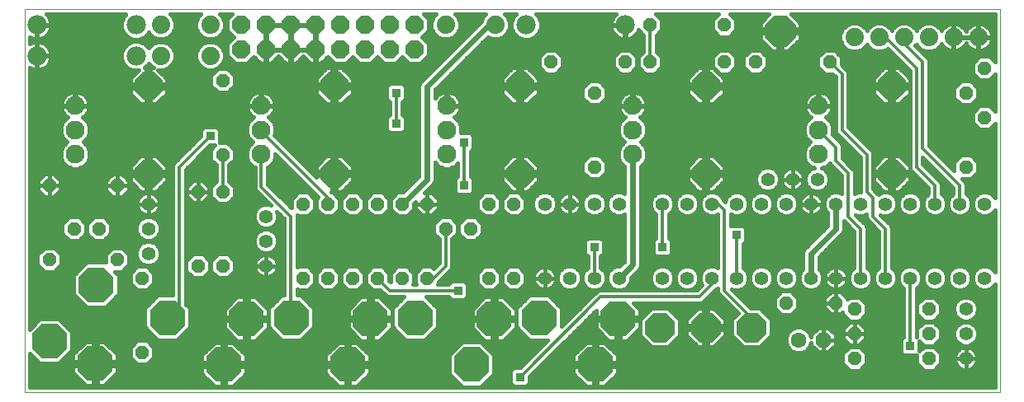
<source format=gbl>
G75*
G70*
%OFA0B0*%
%FSLAX24Y24*%
%IPPOS*%
%LPD*%
%AMOC8*
5,1,8,0,0,1.08239X$1,22.5*
%
%ADD10C,0.0000*%
%ADD11C,0.0560*%
%ADD12OC8,0.0560*%
%ADD13OC8,0.1422*%
%ADD14C,0.0760*%
%ADD15OC8,0.1107*%
%ADD16OC8,0.1186*%
%ADD17C,0.0555*%
%ADD18C,0.0740*%
%ADD19C,0.0780*%
%ADD20OC8,0.0740*%
%ADD21OC8,0.0630*%
%ADD22C,0.0630*%
%ADD23OC8,0.1240*%
%ADD24C,0.0160*%
%ADD25C,0.0240*%
%ADD26C,0.0120*%
%ADD27R,0.0356X0.0356*%
D10*
X000180Y000555D02*
X039550Y000555D01*
X039550Y016062D01*
X000180Y016062D01*
X000180Y000555D01*
D11*
X009930Y005680D03*
X009930Y006680D03*
X009930Y007680D03*
X005180Y007180D03*
X005180Y006180D03*
X005180Y008180D03*
X021180Y008180D03*
X022180Y008180D03*
X023180Y008180D03*
X024180Y008180D03*
X025930Y008180D03*
X026930Y008180D03*
X027930Y008180D03*
X028930Y008180D03*
X029930Y008180D03*
X030930Y008180D03*
X031930Y008180D03*
X032930Y008180D03*
X033930Y008180D03*
X034930Y008180D03*
X035930Y008180D03*
X036930Y008180D03*
X037930Y008180D03*
X038930Y008180D03*
X038930Y005180D03*
X037930Y005180D03*
X036930Y005180D03*
X035930Y005180D03*
X034930Y005180D03*
X033930Y005180D03*
X032930Y005180D03*
X031930Y005180D03*
X030930Y005180D03*
X029930Y005180D03*
X028930Y005180D03*
X027930Y005180D03*
X026930Y005180D03*
X025930Y005180D03*
X024180Y005180D03*
X023180Y005180D03*
X022180Y005180D03*
X021180Y005180D03*
X038180Y003930D03*
X038180Y002930D03*
X038180Y001930D03*
D12*
X036680Y001930D03*
X036680Y002930D03*
X036680Y003930D03*
X033680Y003930D03*
X032930Y004180D03*
X030930Y004180D03*
X033680Y002930D03*
X033680Y001930D03*
X019930Y005180D03*
X018930Y005180D03*
X016430Y005180D03*
X015430Y005180D03*
X014430Y005180D03*
X013430Y005180D03*
X012430Y005180D03*
X011430Y005180D03*
X008180Y005680D03*
X007180Y005680D03*
X004930Y005180D03*
X003930Y005930D03*
X003180Y007180D03*
X002180Y007180D03*
X001180Y005930D03*
X001180Y008930D03*
X003930Y008930D03*
X007180Y008680D03*
X008180Y008680D03*
X008180Y010180D03*
X011430Y008180D03*
X012430Y008180D03*
X013430Y008180D03*
X014430Y008180D03*
X015430Y008180D03*
X016430Y008180D03*
X017180Y007180D03*
X018180Y007180D03*
X018930Y008180D03*
X019930Y008180D03*
X023180Y009680D03*
X023180Y012680D03*
X024430Y013930D03*
X025430Y013930D03*
X025430Y015430D03*
X028430Y015430D03*
X028430Y013930D03*
X029680Y013930D03*
X032680Y013930D03*
X038180Y012680D03*
X038930Y011680D03*
X038930Y013680D03*
X038180Y009680D03*
X021430Y013930D03*
X008180Y013180D03*
X004930Y002180D03*
D13*
X003034Y001723D03*
X001184Y002629D03*
X003074Y004912D03*
X005948Y003574D03*
X009137Y003534D03*
X010948Y003574D03*
X014137Y003534D03*
X015948Y003574D03*
X019137Y003534D03*
X020948Y003574D03*
X024137Y003534D03*
X023231Y001684D03*
X018231Y001684D03*
X013231Y001684D03*
X008231Y001684D03*
D14*
X009727Y010196D03*
X009727Y011180D03*
X009727Y012164D03*
X002227Y012164D03*
X002227Y011180D03*
X002227Y010196D03*
X017227Y010196D03*
X017227Y011180D03*
X017227Y012164D03*
X024727Y012164D03*
X024727Y011180D03*
X024727Y010196D03*
X032227Y010196D03*
X032227Y011180D03*
X032227Y012164D03*
D15*
X035180Y012952D03*
X035180Y009408D03*
X027680Y009408D03*
X027680Y012952D03*
X020180Y012952D03*
X020180Y009408D03*
X012680Y009408D03*
X012680Y012952D03*
X005180Y012952D03*
X005180Y009408D03*
D16*
X025830Y003180D03*
X027680Y003180D03*
X029530Y003180D03*
D17*
X030180Y009180D03*
X031180Y009180D03*
X032180Y009180D03*
D18*
X033680Y014930D03*
X034680Y014930D03*
X035680Y014930D03*
X036680Y014930D03*
X037680Y014930D03*
X038680Y014930D03*
X019180Y015430D03*
X017180Y015430D03*
X007680Y015430D03*
X005680Y015430D03*
X005680Y014180D03*
X007680Y014180D03*
D19*
X004680Y014180D03*
X004680Y015430D03*
X000680Y015430D03*
X000680Y014180D03*
X020430Y015430D03*
X024430Y015430D03*
D20*
X015930Y015430D03*
X014930Y015430D03*
X013930Y015430D03*
X012930Y015430D03*
X011930Y015430D03*
X010930Y015430D03*
X009930Y015430D03*
X008930Y015430D03*
X008930Y014430D03*
X009930Y014430D03*
X010930Y014430D03*
X011930Y014430D03*
X012930Y014430D03*
X013930Y014430D03*
X014930Y014430D03*
X015930Y014430D03*
D21*
X032430Y002680D03*
D22*
X031430Y002680D03*
D23*
X030680Y015180D03*
D24*
X030760Y015200D02*
X033175Y015200D01*
X033197Y015253D02*
X033110Y015043D01*
X033110Y014817D01*
X033197Y014607D01*
X033357Y014447D01*
X033567Y014360D01*
X033793Y014360D01*
X034003Y014447D01*
X034163Y014607D01*
X034180Y014648D01*
X034197Y014607D01*
X034357Y014447D01*
X034567Y014360D01*
X034793Y014360D01*
X035003Y014447D01*
X035024Y014468D01*
X035920Y013572D01*
X035920Y009628D01*
X035960Y009533D01*
X036033Y009460D01*
X036670Y008822D01*
X036670Y008592D01*
X036658Y008587D01*
X036523Y008452D01*
X036450Y008275D01*
X036450Y008085D01*
X036523Y007908D01*
X036658Y007773D01*
X036835Y007700D01*
X037025Y007700D01*
X037202Y007773D01*
X037337Y007908D01*
X037410Y008085D01*
X037410Y008275D01*
X037337Y008452D01*
X037202Y008587D01*
X037190Y008592D01*
X037190Y008982D01*
X037150Y009077D01*
X036440Y009788D01*
X036440Y010052D01*
X037670Y008822D01*
X037670Y008592D01*
X037658Y008587D01*
X037523Y008452D01*
X037450Y008275D01*
X037450Y008085D01*
X037523Y007908D01*
X037658Y007773D01*
X037835Y007700D01*
X038025Y007700D01*
X038202Y007773D01*
X038337Y007908D01*
X038410Y008085D01*
X038410Y008275D01*
X038337Y008452D01*
X038202Y008587D01*
X038190Y008592D01*
X038190Y008982D01*
X038150Y009077D01*
X038028Y009200D01*
X038379Y009200D01*
X038660Y009481D01*
X038660Y009879D01*
X038379Y010160D01*
X037981Y010160D01*
X037700Y009879D01*
X037700Y009528D01*
X036690Y010538D01*
X036690Y013982D01*
X036650Y014077D01*
X036142Y014586D01*
X036163Y014607D01*
X036180Y014648D01*
X036197Y014607D01*
X036357Y014447D01*
X036567Y014360D01*
X036793Y014360D01*
X037003Y014447D01*
X037163Y014607D01*
X037192Y014676D01*
X037210Y014642D01*
X037260Y014572D01*
X037322Y014510D01*
X037392Y014460D01*
X037469Y014420D01*
X037551Y014394D01*
X037637Y014380D01*
X037660Y014380D01*
X037660Y014910D01*
X037700Y014910D01*
X037700Y014950D01*
X037660Y014950D01*
X037660Y015480D01*
X037637Y015480D01*
X037551Y015466D01*
X037469Y015440D01*
X037392Y015400D01*
X037322Y015350D01*
X037260Y015288D01*
X037210Y015218D01*
X037192Y015184D01*
X037163Y015253D01*
X037003Y015413D01*
X036793Y015500D01*
X036567Y015500D01*
X036357Y015413D01*
X036197Y015253D01*
X036180Y015212D01*
X036163Y015253D01*
X036003Y015413D01*
X035793Y015500D01*
X035567Y015500D01*
X035357Y015413D01*
X035197Y015253D01*
X035180Y015212D01*
X035163Y015253D01*
X035003Y015413D01*
X034793Y015500D01*
X034567Y015500D01*
X034357Y015413D01*
X034197Y015253D01*
X034180Y015212D01*
X034163Y015253D01*
X034003Y015413D01*
X033793Y015500D01*
X033567Y015500D01*
X033357Y015413D01*
X033197Y015253D01*
X033302Y015359D02*
X031480Y015359D01*
X031480Y015260D02*
X030760Y015260D01*
X030760Y015100D01*
X031480Y015100D01*
X031480Y014849D01*
X031011Y014380D01*
X030760Y014380D01*
X030760Y015100D01*
X030600Y015100D01*
X030600Y014380D01*
X030349Y014380D01*
X029880Y014849D01*
X029880Y015100D01*
X030600Y015100D01*
X030600Y015260D01*
X029880Y015260D01*
X029880Y015511D01*
X030231Y015862D01*
X028677Y015862D01*
X028910Y015629D01*
X028910Y015231D01*
X028629Y014950D01*
X028231Y014950D01*
X027950Y015231D01*
X027950Y015629D01*
X028183Y015862D01*
X025677Y015862D01*
X025910Y015629D01*
X025910Y015231D01*
X025690Y015011D01*
X025690Y014349D01*
X025910Y014129D01*
X025910Y013731D01*
X025629Y013450D01*
X025231Y013450D01*
X024950Y013731D01*
X024950Y014129D01*
X025170Y014349D01*
X025170Y015011D01*
X024961Y015220D01*
X024958Y015211D01*
X024918Y015131D01*
X024865Y015059D01*
X024801Y014995D01*
X024729Y014942D01*
X024649Y014902D01*
X024563Y014874D01*
X024475Y014860D01*
X024448Y014860D01*
X024448Y015412D01*
X024412Y015412D01*
X024412Y014860D01*
X024385Y014860D01*
X024297Y014874D01*
X024211Y014902D01*
X024131Y014942D01*
X024059Y014995D01*
X023995Y015059D01*
X023942Y015131D01*
X023902Y015211D01*
X023874Y015297D01*
X023860Y015385D01*
X023860Y015412D01*
X024412Y015412D01*
X024412Y015448D01*
X023860Y015448D01*
X023860Y015475D01*
X023874Y015563D01*
X023902Y015649D01*
X023942Y015729D01*
X023995Y015801D01*
X024056Y015862D01*
X020832Y015862D01*
X020930Y015764D01*
X021020Y015547D01*
X021020Y015313D01*
X020930Y015096D01*
X020764Y014930D01*
X020547Y014840D01*
X020313Y014840D01*
X020096Y014930D01*
X019930Y015096D01*
X019840Y015313D01*
X019840Y015547D01*
X019930Y015764D01*
X020028Y015862D01*
X019554Y015862D01*
X019663Y015753D01*
X019750Y015543D01*
X019750Y015317D01*
X019663Y015107D01*
X019503Y014947D01*
X019293Y014860D01*
X019067Y014860D01*
X018887Y014934D01*
X016750Y012797D01*
X016750Y012460D01*
X016800Y012529D01*
X016862Y012591D01*
X016934Y012643D01*
X017012Y012683D01*
X017096Y012710D01*
X017183Y012724D01*
X017209Y012724D01*
X017209Y012183D01*
X017246Y012183D01*
X017246Y012724D01*
X017271Y012724D01*
X017358Y012710D01*
X017442Y012683D01*
X017521Y012643D01*
X017592Y012591D01*
X017654Y012529D01*
X017706Y012458D01*
X017746Y012379D01*
X017773Y012295D01*
X017787Y012208D01*
X017787Y012183D01*
X017246Y012183D01*
X017246Y012146D01*
X017787Y012146D01*
X017787Y012120D01*
X017773Y012033D01*
X017746Y011949D01*
X017706Y011871D01*
X017654Y011799D01*
X017592Y011737D01*
X017522Y011686D01*
X017556Y011672D01*
X017719Y011509D01*
X017807Y011295D01*
X017807Y011065D01*
X017805Y011058D01*
X018191Y011058D01*
X018308Y010941D01*
X018308Y010419D01*
X018191Y010302D01*
X018190Y010302D01*
X018190Y009308D01*
X018191Y009308D01*
X018308Y009191D01*
X018308Y008669D01*
X018191Y008552D01*
X017669Y008552D01*
X017552Y008669D01*
X017552Y009191D01*
X017669Y009308D01*
X017670Y009308D01*
X017670Y009818D01*
X017556Y009704D01*
X017343Y009616D01*
X017112Y009616D01*
X016899Y009704D01*
X016750Y009853D01*
X016750Y009116D01*
X016701Y008999D01*
X016343Y008640D01*
X016430Y008640D01*
X016430Y008180D01*
X016430Y008180D01*
X016890Y008180D01*
X016890Y008371D01*
X016621Y008640D01*
X016430Y008640D01*
X016430Y008180D01*
X016430Y008180D01*
X016430Y008180D01*
X015970Y008180D01*
X015970Y008267D01*
X015910Y008207D01*
X015910Y007981D01*
X015629Y007700D01*
X015231Y007700D01*
X014950Y007981D01*
X014950Y008379D01*
X015231Y008660D01*
X015457Y008660D01*
X016110Y009313D01*
X016110Y012994D01*
X016159Y013111D01*
X016249Y013201D01*
X018624Y015576D01*
X018697Y015753D01*
X018806Y015862D01*
X017554Y015862D01*
X017663Y015753D01*
X017750Y015543D01*
X017750Y015317D01*
X017663Y015107D01*
X017503Y014947D01*
X017293Y014860D01*
X017067Y014860D01*
X016857Y014947D01*
X016697Y015107D01*
X016610Y015317D01*
X016610Y015543D01*
X016697Y015753D01*
X016806Y015862D01*
X016304Y015862D01*
X016500Y015666D01*
X016500Y015194D01*
X016236Y014930D01*
X016500Y014666D01*
X016500Y014194D01*
X016166Y013860D01*
X015694Y013860D01*
X015430Y014124D01*
X015166Y013860D01*
X014694Y013860D01*
X014430Y014124D01*
X014166Y013860D01*
X013694Y013860D01*
X013430Y014124D01*
X013166Y013860D01*
X012694Y013860D01*
X012416Y014138D01*
X012158Y013880D01*
X011950Y013880D01*
X011950Y014410D01*
X011910Y014410D01*
X011910Y013880D01*
X011702Y013880D01*
X011430Y014152D01*
X011158Y013880D01*
X010950Y013880D01*
X010950Y014410D01*
X010950Y014450D01*
X010950Y014880D01*
X010950Y015410D01*
X010950Y015450D01*
X011910Y015450D01*
X011910Y015410D01*
X011950Y015410D01*
X011950Y014980D01*
X011950Y014450D01*
X011910Y014450D01*
X011910Y015410D01*
X011380Y015410D01*
X010950Y015410D01*
X010910Y015410D01*
X010910Y014450D01*
X010950Y014450D01*
X011910Y014450D01*
X011910Y014410D01*
X011380Y014410D01*
X010950Y014410D01*
X010910Y014410D01*
X010910Y013880D01*
X010702Y013880D01*
X010430Y014152D01*
X010158Y013880D01*
X009950Y013880D01*
X009950Y014410D01*
X009950Y014450D01*
X009950Y014880D01*
X009950Y015410D01*
X009950Y015450D01*
X010910Y015450D01*
X010910Y015410D01*
X010380Y015410D01*
X009950Y015410D01*
X009910Y015410D01*
X009910Y014450D01*
X009950Y014450D01*
X010910Y014450D01*
X010910Y014410D01*
X010380Y014410D01*
X009950Y014410D01*
X009910Y014410D01*
X009910Y013880D01*
X009702Y013880D01*
X009444Y014138D01*
X009166Y013860D01*
X008694Y013860D01*
X008360Y014194D01*
X008360Y014666D01*
X008624Y014930D01*
X008360Y015194D01*
X008360Y015666D01*
X008556Y015862D01*
X008054Y015862D01*
X008163Y015753D01*
X008250Y015543D01*
X008250Y015317D01*
X008163Y015107D01*
X008003Y014947D01*
X007793Y014860D01*
X007567Y014860D01*
X007357Y014947D01*
X007197Y015107D01*
X007110Y015317D01*
X007110Y015543D01*
X007197Y015753D01*
X007306Y015862D01*
X006054Y015862D01*
X006163Y015753D01*
X006250Y015543D01*
X006250Y015317D01*
X006163Y015107D01*
X006003Y014947D01*
X005793Y014860D01*
X005567Y014860D01*
X005357Y014947D01*
X005197Y015107D01*
X005191Y015121D01*
X005180Y015096D01*
X005014Y014930D01*
X004797Y014840D01*
X004563Y014840D01*
X004346Y014930D01*
X004180Y015096D01*
X004090Y015313D01*
X004090Y015547D01*
X004180Y015764D01*
X004278Y015862D01*
X001054Y015862D01*
X001115Y015801D01*
X001168Y015729D01*
X001208Y015649D01*
X001236Y015563D01*
X001250Y015475D01*
X001250Y015448D01*
X000698Y015448D01*
X000698Y015412D01*
X001250Y015412D01*
X001250Y015385D01*
X001236Y015297D01*
X001208Y015211D01*
X001168Y015131D01*
X001115Y015059D01*
X001051Y014995D01*
X000979Y014942D01*
X000899Y014902D01*
X000813Y014874D01*
X000725Y014860D01*
X000698Y014860D01*
X000698Y015412D01*
X000662Y015412D01*
X000662Y014860D01*
X000635Y014860D01*
X000547Y014874D01*
X000461Y014902D01*
X000381Y014942D01*
X000380Y014943D01*
X000380Y014667D01*
X000381Y014668D01*
X000461Y014708D01*
X000547Y014736D01*
X000635Y014750D01*
X000662Y014750D01*
X000662Y014198D01*
X000698Y014198D01*
X000698Y014750D01*
X000725Y014750D01*
X000813Y014736D01*
X000899Y014708D01*
X000979Y014668D01*
X001051Y014615D01*
X001115Y014551D01*
X001168Y014479D01*
X001208Y014399D01*
X001236Y014313D01*
X001250Y014225D01*
X001250Y014198D01*
X000698Y014198D01*
X000698Y014162D01*
X001250Y014162D01*
X001250Y014135D01*
X001236Y014047D01*
X001208Y013961D01*
X001168Y013881D01*
X001115Y013809D01*
X001051Y013745D01*
X000979Y013692D01*
X000899Y013652D01*
X000813Y013624D01*
X000725Y013610D01*
X000698Y013610D01*
X000698Y014162D01*
X000662Y014162D01*
X000662Y013610D01*
X000635Y013610D01*
X000547Y013624D01*
X000461Y013652D01*
X000381Y013692D01*
X000380Y013693D01*
X000380Y003113D01*
X000807Y003540D01*
X001561Y003540D01*
X002095Y003006D01*
X002095Y002251D01*
X001561Y001718D01*
X000807Y001718D01*
X000380Y002144D01*
X000380Y000755D01*
X039350Y000755D01*
X039350Y004940D01*
X039337Y004908D01*
X039202Y004773D01*
X039025Y004700D01*
X038835Y004700D01*
X038658Y004773D01*
X038523Y004908D01*
X038450Y005085D01*
X038450Y005275D01*
X038523Y005452D01*
X038658Y005587D01*
X038835Y005660D01*
X039025Y005660D01*
X039202Y005587D01*
X039337Y005452D01*
X039350Y005420D01*
X039350Y007940D01*
X039337Y007908D01*
X039202Y007773D01*
X039025Y007700D01*
X038835Y007700D01*
X038658Y007773D01*
X038523Y007908D01*
X038450Y008085D01*
X038450Y008275D01*
X038523Y008452D01*
X038658Y008587D01*
X038835Y008660D01*
X039025Y008660D01*
X039202Y008587D01*
X039337Y008452D01*
X039350Y008420D01*
X039350Y011421D01*
X039129Y011200D01*
X038731Y011200D01*
X038450Y011481D01*
X038450Y011879D01*
X038731Y012160D01*
X039129Y012160D01*
X039350Y011939D01*
X039350Y013421D01*
X039129Y013200D01*
X038731Y013200D01*
X038450Y013481D01*
X038450Y013879D01*
X038731Y014160D01*
X039129Y014160D01*
X039350Y013939D01*
X039350Y015862D01*
X031129Y015862D01*
X031480Y015511D01*
X031480Y015260D01*
X031480Y015042D02*
X033110Y015042D01*
X033110Y014883D02*
X031480Y014883D01*
X031356Y014725D02*
X033148Y014725D01*
X033238Y014566D02*
X031197Y014566D01*
X031039Y014408D02*
X032479Y014408D01*
X032481Y014410D02*
X032200Y014129D01*
X032200Y013731D01*
X032481Y013450D01*
X032792Y013450D01*
X032920Y013322D01*
X032920Y011128D01*
X032960Y011033D01*
X033033Y010960D01*
X033920Y010072D01*
X033920Y008660D01*
X033835Y008660D01*
X033690Y008600D01*
X033690Y009482D01*
X033650Y009577D01*
X033577Y009650D01*
X033190Y010038D01*
X033190Y010529D01*
X033150Y010625D01*
X032779Y010996D01*
X032807Y011065D01*
X032807Y011295D01*
X032719Y011509D01*
X032556Y011672D01*
X032522Y011686D01*
X032592Y011737D01*
X032654Y011799D01*
X032706Y011871D01*
X032746Y011949D01*
X032773Y012033D01*
X032787Y012120D01*
X032787Y012146D01*
X032246Y012146D01*
X032246Y012183D01*
X032209Y012183D01*
X032209Y012724D01*
X032183Y012724D01*
X032096Y012710D01*
X032012Y012683D01*
X031934Y012643D01*
X031862Y012591D01*
X031800Y012529D01*
X031748Y012458D01*
X031708Y012379D01*
X031681Y012295D01*
X031667Y012208D01*
X031667Y012183D01*
X032209Y012183D01*
X032209Y012146D01*
X031667Y012146D01*
X031667Y012120D01*
X031681Y012033D01*
X031708Y011949D01*
X031748Y011871D01*
X031800Y011799D01*
X031862Y011737D01*
X031933Y011686D01*
X031899Y011672D01*
X031736Y011509D01*
X031647Y011295D01*
X031647Y011065D01*
X031736Y010851D01*
X031899Y010688D01*
X031900Y010688D01*
X031899Y010687D01*
X031736Y010524D01*
X031647Y010311D01*
X031647Y010080D01*
X031736Y009867D01*
X031899Y009704D01*
X032048Y009642D01*
X031910Y009585D01*
X031775Y009450D01*
X031703Y009275D01*
X031703Y009085D01*
X031775Y008910D01*
X031910Y008775D01*
X032085Y008703D01*
X032275Y008703D01*
X032450Y008775D01*
X032585Y008910D01*
X032657Y009085D01*
X032657Y009275D01*
X032585Y009450D01*
X032450Y009585D01*
X032359Y009623D01*
X032556Y009704D01*
X032688Y009836D01*
X032710Y009783D01*
X032783Y009710D01*
X033170Y009322D01*
X033170Y008600D01*
X033025Y008660D01*
X032835Y008660D01*
X032658Y008587D01*
X032523Y008452D01*
X032450Y008275D01*
X032450Y008085D01*
X032523Y007908D01*
X032610Y007821D01*
X032610Y007313D01*
X031659Y006361D01*
X031610Y006244D01*
X031610Y005539D01*
X031523Y005452D01*
X031450Y005275D01*
X031450Y005085D01*
X031523Y004908D01*
X031658Y004773D01*
X031835Y004700D01*
X032025Y004700D01*
X032202Y004773D01*
X032337Y004908D01*
X032410Y005085D01*
X032410Y005275D01*
X032337Y005452D01*
X032250Y005539D01*
X032250Y006047D01*
X033111Y006909D01*
X033201Y006999D01*
X033250Y007116D01*
X033250Y007492D01*
X033283Y007460D01*
X033670Y007072D01*
X033670Y005592D01*
X033658Y005587D01*
X033523Y005452D01*
X033450Y005275D01*
X033450Y005085D01*
X033523Y004908D01*
X033658Y004773D01*
X033835Y004700D01*
X034025Y004700D01*
X034202Y004773D01*
X034337Y004908D01*
X034410Y005085D01*
X034410Y005275D01*
X034337Y005452D01*
X034202Y005587D01*
X034190Y005592D01*
X034190Y007232D01*
X034150Y007327D01*
X033738Y007740D01*
X033835Y007700D01*
X034025Y007700D01*
X034170Y007760D01*
X034170Y007628D01*
X034210Y007533D01*
X034283Y007460D01*
X034670Y007072D01*
X034670Y005592D01*
X034658Y005587D01*
X034523Y005452D01*
X034450Y005275D01*
X034450Y005085D01*
X034523Y004908D01*
X034658Y004773D01*
X034835Y004700D01*
X035025Y004700D01*
X035202Y004773D01*
X035337Y004908D01*
X035410Y005085D01*
X035410Y005275D01*
X035337Y005452D01*
X035202Y005587D01*
X035190Y005592D01*
X035190Y007232D01*
X035150Y007327D01*
X034738Y007740D01*
X034835Y007700D01*
X035025Y007700D01*
X035202Y007773D01*
X035337Y007908D01*
X035410Y008085D01*
X035410Y008275D01*
X035337Y008452D01*
X035202Y008587D01*
X035025Y008660D01*
X034835Y008660D01*
X034658Y008587D01*
X034649Y008578D01*
X034577Y008650D01*
X034440Y008788D01*
X034440Y010232D01*
X034400Y010327D01*
X034327Y010400D01*
X033440Y011288D01*
X033440Y013482D01*
X033400Y013577D01*
X033327Y013650D01*
X033160Y013818D01*
X033160Y014129D01*
X032879Y014410D01*
X032481Y014410D01*
X032320Y014249D02*
X030040Y014249D01*
X030160Y014129D02*
X029879Y014410D01*
X029481Y014410D01*
X029200Y014129D01*
X029200Y013731D01*
X029481Y013450D01*
X029879Y013450D01*
X030160Y013731D01*
X030160Y014129D01*
X030160Y014091D02*
X032200Y014091D01*
X032200Y013932D02*
X030160Y013932D01*
X030160Y013774D02*
X032200Y013774D01*
X032316Y013615D02*
X030044Y013615D01*
X029885Y013457D02*
X032475Y013457D01*
X032920Y013298D02*
X028371Y013298D01*
X028414Y013256D02*
X027984Y013685D01*
X027760Y013685D01*
X027760Y013032D01*
X027600Y013032D01*
X027600Y013685D01*
X027376Y013685D01*
X026946Y013256D01*
X026946Y013032D01*
X027600Y013032D01*
X027600Y012872D01*
X026946Y012872D01*
X026946Y012648D01*
X027376Y012218D01*
X027600Y012218D01*
X027600Y012872D01*
X027760Y012872D01*
X027760Y013032D01*
X028414Y013032D01*
X028414Y013256D01*
X028414Y013140D02*
X032920Y013140D01*
X032920Y012981D02*
X027760Y012981D01*
X027760Y012872D02*
X028414Y012872D01*
X028414Y012648D01*
X027984Y012218D01*
X027760Y012218D01*
X027760Y012872D01*
X027760Y012823D02*
X027600Y012823D01*
X027600Y012981D02*
X023558Y012981D01*
X023660Y012879D02*
X023379Y013160D01*
X022981Y013160D01*
X022700Y012879D01*
X022700Y012481D01*
X022981Y012200D01*
X023379Y012200D01*
X023660Y012481D01*
X023660Y012879D01*
X023660Y012823D02*
X026946Y012823D01*
X026946Y012664D02*
X024980Y012664D01*
X024942Y012683D02*
X024858Y012710D01*
X024771Y012724D01*
X024746Y012724D01*
X024746Y012183D01*
X024709Y012183D01*
X024709Y012724D01*
X024683Y012724D01*
X024596Y012710D01*
X024512Y012683D01*
X024434Y012643D01*
X024362Y012591D01*
X024300Y012529D01*
X024248Y012458D01*
X024208Y012379D01*
X024181Y012295D01*
X024167Y012208D01*
X024167Y012183D01*
X024709Y012183D01*
X024709Y012146D01*
X024167Y012146D01*
X024167Y012120D01*
X024181Y012033D01*
X024208Y011949D01*
X024248Y011871D01*
X024300Y011799D01*
X024362Y011737D01*
X024433Y011686D01*
X024399Y011672D01*
X024236Y011509D01*
X024147Y011295D01*
X024147Y011065D01*
X024236Y010851D01*
X024399Y010688D01*
X024400Y010688D01*
X024399Y010687D01*
X024236Y010524D01*
X024147Y010311D01*
X024147Y010080D01*
X024236Y009867D01*
X024399Y009704D01*
X024407Y009701D01*
X024407Y008605D01*
X024275Y008660D01*
X024085Y008660D01*
X023908Y008587D01*
X023773Y008452D01*
X023700Y008275D01*
X023700Y008085D01*
X023773Y007908D01*
X023908Y007773D01*
X024085Y007700D01*
X024275Y007700D01*
X024407Y007755D01*
X024407Y005860D01*
X024207Y005660D01*
X024085Y005660D01*
X023908Y005587D01*
X023773Y005452D01*
X023700Y005275D01*
X023700Y005085D01*
X023773Y004908D01*
X023908Y004773D01*
X024085Y004700D01*
X024275Y004700D01*
X024452Y004773D01*
X024587Y004908D01*
X024660Y005085D01*
X024660Y005207D01*
X024999Y005546D01*
X025047Y005664D01*
X025047Y009701D01*
X025056Y009704D01*
X025219Y009867D01*
X025307Y010080D01*
X025307Y010311D01*
X025219Y010524D01*
X025056Y010687D01*
X025055Y010688D01*
X025056Y010688D01*
X025219Y010851D01*
X025307Y011065D01*
X025307Y011295D01*
X025219Y011509D01*
X025056Y011672D01*
X025022Y011686D01*
X025092Y011737D01*
X025154Y011799D01*
X025206Y011871D01*
X025246Y011949D01*
X025273Y012033D01*
X025287Y012120D01*
X025287Y012146D01*
X024746Y012146D01*
X024746Y012183D01*
X025287Y012183D01*
X025287Y012208D01*
X025273Y012295D01*
X025246Y012379D01*
X025206Y012458D01*
X025154Y012529D01*
X025092Y012591D01*
X025021Y012643D01*
X024942Y012683D01*
X024746Y012664D02*
X024709Y012664D01*
X024709Y012506D02*
X024746Y012506D01*
X024746Y012347D02*
X024709Y012347D01*
X024709Y012189D02*
X024746Y012189D01*
X025171Y012506D02*
X027089Y012506D01*
X027247Y012347D02*
X025257Y012347D01*
X025287Y012189D02*
X031667Y012189D01*
X031682Y012030D02*
X025272Y012030D01*
X025207Y011872D02*
X031748Y011872D01*
X031896Y011713D02*
X025059Y011713D01*
X025173Y011555D02*
X031782Y011555D01*
X031689Y011396D02*
X025266Y011396D01*
X025307Y011238D02*
X031647Y011238D01*
X031647Y011079D02*
X025307Y011079D01*
X025248Y010921D02*
X031707Y010921D01*
X031825Y010762D02*
X025130Y010762D01*
X025140Y010604D02*
X031815Y010604D01*
X031703Y010445D02*
X025252Y010445D01*
X025307Y010287D02*
X031647Y010287D01*
X031647Y010128D02*
X027998Y010128D01*
X027984Y010142D02*
X027760Y010142D01*
X027760Y009488D01*
X028414Y009488D01*
X028414Y009712D01*
X027984Y010142D01*
X027760Y010128D02*
X027600Y010128D01*
X027600Y010142D02*
X027376Y010142D01*
X026946Y009712D01*
X026946Y009488D01*
X027600Y009488D01*
X027600Y009328D01*
X027760Y009328D01*
X027760Y008675D01*
X027984Y008675D01*
X028414Y009104D01*
X028414Y009328D01*
X027760Y009328D01*
X027760Y009488D01*
X027600Y009488D01*
X027600Y010142D01*
X027600Y009970D02*
X027760Y009970D01*
X027760Y009811D02*
X027600Y009811D01*
X027600Y009653D02*
X027760Y009653D01*
X027760Y009494D02*
X027600Y009494D01*
X027600Y009336D02*
X025047Y009336D01*
X025047Y009494D02*
X026946Y009494D01*
X026946Y009653D02*
X025047Y009653D01*
X025163Y009811D02*
X027045Y009811D01*
X027204Y009970D02*
X025261Y009970D01*
X025307Y010128D02*
X027362Y010128D01*
X028156Y009970D02*
X031693Y009970D01*
X031792Y009811D02*
X028315Y009811D01*
X028414Y009653D02*
X030073Y009653D01*
X030085Y009657D02*
X029910Y009585D01*
X029775Y009450D01*
X029703Y009275D01*
X029703Y009085D01*
X029775Y008910D01*
X029910Y008775D01*
X030085Y008703D01*
X030275Y008703D01*
X030450Y008775D01*
X030585Y008910D01*
X030657Y009085D01*
X030657Y009275D01*
X030585Y009450D01*
X030450Y009585D01*
X030275Y009657D01*
X030085Y009657D01*
X030287Y009653D02*
X032023Y009653D01*
X031819Y009494D02*
X031513Y009494D01*
X031529Y009478D02*
X031478Y009529D01*
X031420Y009571D01*
X031356Y009604D01*
X031287Y009626D01*
X031216Y009637D01*
X031180Y009637D01*
X031144Y009637D01*
X031073Y009626D01*
X031004Y009604D01*
X030940Y009571D01*
X030882Y009529D01*
X030831Y009478D01*
X030789Y009420D01*
X030756Y009356D01*
X030734Y009287D01*
X030723Y009216D01*
X030723Y009180D01*
X030723Y009144D01*
X030734Y009073D01*
X030756Y009004D01*
X030789Y008940D01*
X030831Y008882D01*
X030882Y008831D01*
X030940Y008789D01*
X031004Y008756D01*
X031073Y008734D01*
X031144Y008723D01*
X031180Y008723D01*
X031216Y008723D01*
X031287Y008734D01*
X031356Y008756D01*
X031420Y008789D01*
X031478Y008831D01*
X031529Y008882D01*
X031571Y008940D01*
X031604Y009004D01*
X031626Y009073D01*
X031637Y009144D01*
X031637Y009180D01*
X031180Y009180D01*
X031637Y009180D01*
X031637Y009216D01*
X031626Y009287D01*
X031604Y009356D01*
X031571Y009420D01*
X031529Y009478D01*
X031610Y009336D02*
X031728Y009336D01*
X031703Y009177D02*
X031637Y009177D01*
X031609Y009019D02*
X031730Y009019D01*
X031825Y008860D02*
X031507Y008860D01*
X031180Y008860D02*
X031180Y008860D01*
X031180Y008723D02*
X031180Y009180D01*
X031180Y009180D01*
X031180Y009180D01*
X031180Y009637D01*
X031180Y009180D01*
X031180Y009180D01*
X031180Y009180D01*
X030723Y009180D01*
X031180Y009180D01*
X031180Y008723D01*
X031202Y008587D02*
X031025Y008660D01*
X030835Y008660D01*
X030658Y008587D01*
X030523Y008452D01*
X030450Y008275D01*
X030450Y008085D01*
X030523Y007908D01*
X030658Y007773D01*
X030835Y007700D01*
X031025Y007700D01*
X031202Y007773D01*
X031337Y007908D01*
X031410Y008085D01*
X031410Y008275D01*
X031337Y008452D01*
X031202Y008587D01*
X031246Y008543D02*
X031647Y008543D01*
X031630Y008531D02*
X031579Y008480D01*
X031537Y008421D01*
X031504Y008357D01*
X031481Y008288D01*
X031470Y008216D01*
X031470Y008180D01*
X031930Y008180D01*
X031930Y008180D01*
X031930Y008640D01*
X031966Y008640D01*
X032038Y008629D01*
X032107Y008606D01*
X032171Y008573D01*
X032230Y008531D01*
X032281Y008480D01*
X032323Y008421D01*
X032356Y008357D01*
X032379Y008288D01*
X032390Y008216D01*
X032390Y008180D01*
X031930Y008180D01*
X031930Y008180D01*
X031930Y008180D01*
X031930Y008640D01*
X031894Y008640D01*
X031822Y008629D01*
X031753Y008606D01*
X031689Y008573D01*
X031630Y008531D01*
X031518Y008385D02*
X031365Y008385D01*
X031410Y008226D02*
X031472Y008226D01*
X031470Y008180D02*
X031470Y008144D01*
X031481Y008072D01*
X031504Y008003D01*
X031537Y007939D01*
X031579Y007880D01*
X031630Y007829D01*
X031689Y007787D01*
X031753Y007754D01*
X031822Y007731D01*
X031894Y007720D01*
X031930Y007720D01*
X031966Y007720D01*
X032038Y007731D01*
X032107Y007754D01*
X032171Y007787D01*
X032230Y007829D01*
X032281Y007880D01*
X032323Y007939D01*
X032356Y008003D01*
X032379Y008072D01*
X032390Y008144D01*
X032390Y008180D01*
X031930Y008180D01*
X031930Y007720D01*
X031930Y008180D01*
X031930Y008180D01*
X031470Y008180D01*
X031483Y008068D02*
X031403Y008068D01*
X031337Y007909D02*
X031558Y007909D01*
X031763Y007751D02*
X031147Y007751D01*
X030713Y007751D02*
X030147Y007751D01*
X030202Y007773D02*
X030337Y007908D01*
X030410Y008085D01*
X030410Y008275D01*
X030337Y008452D01*
X030202Y008587D01*
X030025Y008660D01*
X029835Y008660D01*
X029658Y008587D01*
X029523Y008452D01*
X029450Y008275D01*
X029450Y008085D01*
X029523Y007908D01*
X029658Y007773D01*
X029835Y007700D01*
X030025Y007700D01*
X030202Y007773D01*
X030337Y007909D02*
X030523Y007909D01*
X030457Y008068D02*
X030403Y008068D01*
X030410Y008226D02*
X030450Y008226D01*
X030495Y008385D02*
X030365Y008385D01*
X030246Y008543D02*
X030614Y008543D01*
X030535Y008860D02*
X030853Y008860D01*
X030751Y009019D02*
X030630Y009019D01*
X030657Y009177D02*
X030723Y009177D01*
X030750Y009336D02*
X030632Y009336D01*
X030541Y009494D02*
X030847Y009494D01*
X031180Y009494D02*
X031180Y009494D01*
X031180Y009336D02*
X031180Y009336D01*
X031180Y009177D02*
X031180Y009177D01*
X031180Y009019D02*
X031180Y009019D01*
X031930Y008543D02*
X031930Y008543D01*
X031930Y008385D02*
X031930Y008385D01*
X031930Y008226D02*
X031930Y008226D01*
X031930Y008068D02*
X031930Y008068D01*
X031930Y007909D02*
X031930Y007909D01*
X031930Y007751D02*
X031930Y007751D01*
X032097Y007751D02*
X032610Y007751D01*
X032610Y007592D02*
X028690Y007592D01*
X028690Y007434D02*
X032610Y007434D01*
X032572Y007275D02*
X029224Y007275D01*
X029191Y007308D02*
X028690Y007308D01*
X028690Y007760D01*
X028835Y007700D01*
X029025Y007700D01*
X029202Y007773D01*
X029337Y007908D01*
X029410Y008085D01*
X029410Y008275D01*
X029337Y008452D01*
X029202Y008587D01*
X029025Y008660D01*
X028835Y008660D01*
X028658Y008587D01*
X028523Y008452D01*
X028451Y008277D01*
X028400Y008327D01*
X028380Y008348D01*
X028337Y008452D01*
X028202Y008587D01*
X028025Y008660D01*
X027835Y008660D01*
X027658Y008587D01*
X027523Y008452D01*
X027450Y008275D01*
X027450Y008085D01*
X027523Y007908D01*
X027658Y007773D01*
X027835Y007700D01*
X028025Y007700D01*
X028170Y007760D01*
X028170Y005600D01*
X028025Y005660D01*
X027835Y005660D01*
X027658Y005587D01*
X027523Y005452D01*
X027450Y005275D01*
X027450Y005085D01*
X027523Y004908D01*
X027532Y004899D01*
X027322Y004690D01*
X023378Y004690D01*
X023283Y004650D01*
X023210Y004577D01*
X021859Y003227D01*
X021859Y003951D01*
X021325Y004485D01*
X020570Y004485D01*
X020037Y003951D01*
X020037Y003196D01*
X020570Y002663D01*
X021295Y002663D01*
X020190Y001558D01*
X019919Y001558D01*
X019802Y001441D01*
X019802Y000919D01*
X019919Y000802D01*
X020441Y000802D01*
X020558Y000919D01*
X020558Y001190D01*
X023246Y003878D01*
X023246Y003614D01*
X024057Y003614D01*
X024057Y003454D01*
X024217Y003454D01*
X024217Y003614D01*
X025028Y003614D01*
X025028Y003903D01*
X024761Y004170D01*
X027482Y004170D01*
X027577Y004210D01*
X028077Y004710D01*
X028098Y004730D01*
X028170Y004760D01*
X028170Y004628D01*
X028210Y004533D01*
X028283Y004460D01*
X028985Y003757D01*
X028737Y003508D01*
X028737Y002851D01*
X029201Y002387D01*
X029858Y002387D01*
X030323Y002851D01*
X030323Y003508D01*
X029858Y003973D01*
X029505Y003973D01*
X028738Y004740D01*
X028835Y004700D01*
X029025Y004700D01*
X029202Y004773D01*
X029337Y004908D01*
X029410Y005085D01*
X029410Y005275D01*
X029337Y005452D01*
X029202Y005587D01*
X029190Y005592D01*
X029190Y006552D01*
X029191Y006552D01*
X029308Y006669D01*
X029308Y007191D01*
X029191Y007308D01*
X029308Y007117D02*
X032414Y007117D01*
X032255Y006958D02*
X029308Y006958D01*
X029308Y006800D02*
X032097Y006800D01*
X031938Y006641D02*
X029280Y006641D01*
X029190Y006483D02*
X031780Y006483D01*
X031643Y006324D02*
X029190Y006324D01*
X029190Y006166D02*
X031610Y006166D01*
X031610Y006007D02*
X029190Y006007D01*
X029190Y005849D02*
X031610Y005849D01*
X031610Y005690D02*
X029190Y005690D01*
X029257Y005532D02*
X029603Y005532D01*
X029658Y005587D02*
X029523Y005452D01*
X029450Y005275D01*
X029450Y005085D01*
X029523Y004908D01*
X029658Y004773D01*
X029835Y004700D01*
X030025Y004700D01*
X030202Y004773D01*
X030337Y004908D01*
X030410Y005085D01*
X030410Y005275D01*
X030337Y005452D01*
X030202Y005587D01*
X030025Y005660D01*
X029835Y005660D01*
X029658Y005587D01*
X029490Y005373D02*
X029370Y005373D01*
X029410Y005215D02*
X029450Y005215D01*
X029462Y005056D02*
X029398Y005056D01*
X029326Y004898D02*
X029534Y004898D01*
X029740Y004739D02*
X029120Y004739D01*
X028897Y004581D02*
X030652Y004581D01*
X030731Y004660D02*
X030450Y004379D01*
X030450Y003981D01*
X030731Y003700D01*
X031129Y003700D01*
X031410Y003981D01*
X031410Y004379D01*
X031129Y004660D01*
X030731Y004660D01*
X030740Y004739D02*
X030120Y004739D01*
X030326Y004898D02*
X030534Y004898D01*
X030523Y004908D02*
X030658Y004773D01*
X030835Y004700D01*
X031025Y004700D01*
X031202Y004773D01*
X031337Y004908D01*
X031410Y005085D01*
X031410Y005275D01*
X031337Y005452D01*
X031202Y005587D01*
X031025Y005660D01*
X030835Y005660D01*
X030658Y005587D01*
X030523Y005452D01*
X030450Y005275D01*
X030450Y005085D01*
X030523Y004908D01*
X030462Y005056D02*
X030398Y005056D01*
X030410Y005215D02*
X030450Y005215D01*
X030490Y005373D02*
X030370Y005373D01*
X030257Y005532D02*
X030603Y005532D01*
X031257Y005532D02*
X031603Y005532D01*
X031490Y005373D02*
X031370Y005373D01*
X031410Y005215D02*
X031450Y005215D01*
X031462Y005056D02*
X031398Y005056D01*
X031326Y004898D02*
X031534Y004898D01*
X031740Y004739D02*
X031120Y004739D01*
X031208Y004581D02*
X032680Y004581D01*
X032739Y004640D02*
X032470Y004371D01*
X032470Y004180D01*
X032930Y004180D01*
X032930Y004180D01*
X032930Y004640D01*
X033121Y004640D01*
X033390Y004371D01*
X033390Y004319D01*
X033481Y004410D01*
X033879Y004410D01*
X034160Y004129D01*
X034160Y003731D01*
X033879Y003450D01*
X033481Y003450D01*
X033200Y003731D01*
X033200Y003799D01*
X033121Y003720D01*
X032930Y003720D01*
X032930Y004180D01*
X032930Y004180D01*
X032930Y004180D01*
X032930Y004640D01*
X032739Y004640D01*
X032753Y004754D02*
X032822Y004731D01*
X032894Y004720D01*
X032930Y004720D01*
X032966Y004720D01*
X033038Y004731D01*
X033107Y004754D01*
X033171Y004787D01*
X033230Y004829D01*
X033281Y004880D01*
X033323Y004939D01*
X033356Y005003D01*
X033379Y005072D01*
X033390Y005144D01*
X033390Y005180D01*
X033390Y005216D01*
X033379Y005288D01*
X033356Y005357D01*
X033323Y005421D01*
X033281Y005480D01*
X033230Y005531D01*
X033171Y005573D01*
X033107Y005606D01*
X033038Y005629D01*
X032966Y005640D01*
X032930Y005640D01*
X032930Y005180D01*
X032930Y005180D01*
X033390Y005180D01*
X032930Y005180D01*
X032930Y005180D01*
X032930Y005180D01*
X032470Y005180D01*
X032470Y005216D01*
X032481Y005288D01*
X032504Y005357D01*
X032537Y005421D01*
X032579Y005480D01*
X032630Y005531D01*
X032689Y005573D01*
X032753Y005606D01*
X032822Y005629D01*
X032894Y005640D01*
X032930Y005640D01*
X032930Y005180D01*
X032930Y004720D01*
X032930Y005180D01*
X032930Y005180D01*
X032470Y005180D01*
X032470Y005144D01*
X032481Y005072D01*
X032504Y005003D01*
X032537Y004939D01*
X032579Y004880D01*
X032630Y004829D01*
X032689Y004787D01*
X032753Y004754D01*
X032799Y004739D02*
X032120Y004739D01*
X032326Y004898D02*
X032567Y004898D01*
X032487Y005056D02*
X032398Y005056D01*
X032410Y005215D02*
X032470Y005215D01*
X032512Y005373D02*
X032370Y005373D01*
X032257Y005532D02*
X032631Y005532D01*
X032930Y005532D02*
X032930Y005532D01*
X032930Y005373D02*
X032930Y005373D01*
X032930Y005215D02*
X032930Y005215D01*
X032930Y005056D02*
X032930Y005056D01*
X032930Y004898D02*
X032930Y004898D01*
X032930Y004739D02*
X032930Y004739D01*
X033061Y004739D02*
X033740Y004739D01*
X033534Y004898D02*
X033293Y004898D01*
X033373Y005056D02*
X033462Y005056D01*
X033450Y005215D02*
X033390Y005215D01*
X033348Y005373D02*
X033490Y005373D01*
X033603Y005532D02*
X033229Y005532D01*
X033670Y005690D02*
X032250Y005690D01*
X032250Y005849D02*
X033670Y005849D01*
X033670Y006007D02*
X032250Y006007D01*
X032368Y006166D02*
X033670Y006166D01*
X033670Y006324D02*
X032527Y006324D01*
X032685Y006483D02*
X033670Y006483D01*
X033670Y006641D02*
X032844Y006641D01*
X033002Y006800D02*
X033670Y006800D01*
X033670Y006958D02*
X033161Y006958D01*
X033250Y007117D02*
X033626Y007117D01*
X033467Y007275D02*
X033250Y007275D01*
X033250Y007434D02*
X033309Y007434D01*
X033886Y007592D02*
X034185Y007592D01*
X034170Y007751D02*
X034147Y007751D01*
X034044Y007434D02*
X034309Y007434D01*
X034172Y007275D02*
X034467Y007275D01*
X034626Y007117D02*
X034190Y007117D01*
X034190Y006958D02*
X034670Y006958D01*
X034670Y006800D02*
X034190Y006800D01*
X034190Y006641D02*
X034670Y006641D01*
X034670Y006483D02*
X034190Y006483D01*
X034190Y006324D02*
X034670Y006324D01*
X034670Y006166D02*
X034190Y006166D01*
X034190Y006007D02*
X034670Y006007D01*
X034670Y005849D02*
X034190Y005849D01*
X034190Y005690D02*
X034670Y005690D01*
X034603Y005532D02*
X034257Y005532D01*
X034370Y005373D02*
X034490Y005373D01*
X034450Y005215D02*
X034410Y005215D01*
X034398Y005056D02*
X034462Y005056D01*
X034534Y004898D02*
X034326Y004898D01*
X034120Y004739D02*
X034740Y004739D01*
X035120Y004739D02*
X035670Y004739D01*
X035670Y004768D02*
X035670Y002808D01*
X035669Y002808D01*
X035552Y002691D01*
X035552Y002169D01*
X035669Y002052D01*
X036191Y002052D01*
X036200Y002061D01*
X036200Y001731D01*
X036481Y001450D01*
X036879Y001450D01*
X037160Y001731D01*
X037160Y002129D01*
X036879Y002410D01*
X036481Y002410D01*
X036308Y002237D01*
X036308Y002623D01*
X036481Y002450D01*
X036879Y002450D01*
X037160Y002731D01*
X037160Y003129D01*
X036879Y003410D01*
X036481Y003410D01*
X036200Y003129D01*
X036200Y002799D01*
X036191Y002808D01*
X036190Y002808D01*
X036190Y004768D01*
X036202Y004773D01*
X036337Y004908D01*
X036410Y005085D01*
X036410Y005275D01*
X036337Y005452D01*
X036202Y005587D01*
X036025Y005660D01*
X035835Y005660D01*
X035658Y005587D01*
X035523Y005452D01*
X035450Y005275D01*
X035450Y005085D01*
X035523Y004908D01*
X035658Y004773D01*
X035670Y004768D01*
X035670Y004581D02*
X033180Y004581D01*
X033339Y004422D02*
X035670Y004422D01*
X035670Y004264D02*
X034025Y004264D01*
X034160Y004105D02*
X035670Y004105D01*
X035670Y003947D02*
X034160Y003947D01*
X034160Y003788D02*
X035670Y003788D01*
X035670Y003630D02*
X034058Y003630D01*
X033900Y003471D02*
X035670Y003471D01*
X035670Y003313D02*
X033948Y003313D01*
X033871Y003390D02*
X033680Y003390D01*
X033680Y002930D01*
X034140Y002930D01*
X034140Y003121D01*
X033871Y003390D01*
X033680Y003390D02*
X033489Y003390D01*
X033220Y003121D01*
X033220Y002930D01*
X033680Y002930D01*
X033680Y002930D01*
X033680Y002930D01*
X034140Y002930D01*
X034140Y002739D01*
X033871Y002470D01*
X033680Y002470D01*
X033680Y002930D01*
X033680Y002930D01*
X033680Y002930D01*
X033680Y003390D01*
X033680Y003313D02*
X033680Y003313D01*
X033680Y003154D02*
X033680Y003154D01*
X033680Y002996D02*
X033680Y002996D01*
X033680Y002930D02*
X033220Y002930D01*
X033220Y002739D01*
X033489Y002470D01*
X033680Y002470D01*
X033680Y002930D01*
X033680Y002837D02*
X033680Y002837D01*
X033680Y002679D02*
X033680Y002679D01*
X033680Y002520D02*
X033680Y002520D01*
X033879Y002410D02*
X033481Y002410D01*
X033200Y002129D01*
X033200Y001731D01*
X033481Y001450D01*
X033879Y001450D01*
X034160Y001731D01*
X034160Y002129D01*
X033879Y002410D01*
X033927Y002362D02*
X035552Y002362D01*
X035552Y002520D02*
X033921Y002520D01*
X034079Y002679D02*
X035552Y002679D01*
X035670Y002837D02*
X034140Y002837D01*
X034140Y002996D02*
X035670Y002996D01*
X035670Y003154D02*
X034107Y003154D01*
X033412Y003313D02*
X030323Y003313D01*
X030323Y003471D02*
X033460Y003471D01*
X033302Y003630D02*
X030202Y003630D01*
X030044Y003788D02*
X030643Y003788D01*
X030485Y003947D02*
X029885Y003947D01*
X029373Y004105D02*
X030450Y004105D01*
X030450Y004264D02*
X029214Y004264D01*
X029056Y004422D02*
X030493Y004422D01*
X031367Y004422D02*
X032521Y004422D01*
X032470Y004264D02*
X031410Y004264D01*
X031410Y004105D02*
X032470Y004105D01*
X032470Y004180D02*
X032470Y003989D01*
X032739Y003720D01*
X032930Y003720D01*
X032930Y004180D01*
X032470Y004180D01*
X032513Y003947D02*
X031375Y003947D01*
X031217Y003788D02*
X032671Y003788D01*
X032930Y003788D02*
X032930Y003788D01*
X032930Y003947D02*
X032930Y003947D01*
X032930Y004105D02*
X032930Y004105D01*
X032930Y004264D02*
X032930Y004264D01*
X032930Y004422D02*
X032930Y004422D01*
X032930Y004581D02*
X032930Y004581D01*
X033189Y003788D02*
X033200Y003788D01*
X033253Y003154D02*
X032656Y003154D01*
X032635Y003175D02*
X032430Y003175D01*
X032430Y002680D01*
X032925Y002680D01*
X032925Y002885D01*
X032635Y003175D01*
X032430Y003175D02*
X032225Y003175D01*
X031935Y002885D01*
X031935Y002807D01*
X031867Y002972D01*
X031722Y003117D01*
X031532Y003195D01*
X031328Y003195D01*
X031138Y003117D01*
X030993Y002972D01*
X030915Y002782D01*
X030915Y002578D01*
X030993Y002388D01*
X031138Y002243D01*
X031328Y002165D01*
X031532Y002165D01*
X031722Y002243D01*
X031867Y002388D01*
X031935Y002553D01*
X031935Y002475D01*
X032225Y002185D01*
X032430Y002185D01*
X032635Y002185D01*
X032925Y002475D01*
X032925Y002680D01*
X032430Y002680D01*
X032430Y002680D01*
X032430Y002680D01*
X032430Y002185D01*
X032430Y002680D01*
X032430Y002680D01*
X032430Y003175D01*
X032430Y003154D02*
X032430Y003154D01*
X032430Y002996D02*
X032430Y002996D01*
X032430Y002837D02*
X032430Y002837D01*
X032430Y002679D02*
X032430Y002679D01*
X032430Y002520D02*
X032430Y002520D01*
X032430Y002362D02*
X032430Y002362D01*
X032430Y002203D02*
X032430Y002203D01*
X032653Y002203D02*
X033274Y002203D01*
X033200Y002045D02*
X024122Y002045D01*
X024122Y002053D02*
X023600Y002575D01*
X023311Y002575D01*
X023311Y001764D01*
X023151Y001764D01*
X023151Y001604D01*
X022340Y001604D01*
X022340Y001315D01*
X022862Y000793D01*
X023151Y000793D01*
X023151Y001604D01*
X023311Y001604D01*
X023311Y000793D01*
X023600Y000793D01*
X024122Y001315D01*
X024122Y001604D01*
X023311Y001604D01*
X023311Y001764D01*
X024122Y001764D01*
X024122Y002053D01*
X024122Y001886D02*
X033200Y001886D01*
X033204Y001728D02*
X023311Y001728D01*
X023311Y001886D02*
X023151Y001886D01*
X023151Y001764D02*
X023151Y002575D01*
X022862Y002575D01*
X022340Y002053D01*
X022340Y001764D01*
X023151Y001764D01*
X023151Y001728D02*
X021095Y001728D01*
X021254Y001886D02*
X022340Y001886D01*
X022340Y002045D02*
X021412Y002045D01*
X021571Y002203D02*
X022490Y002203D01*
X022648Y002362D02*
X021729Y002362D01*
X021888Y002520D02*
X022807Y002520D01*
X023151Y002520D02*
X023311Y002520D01*
X023311Y002362D02*
X023151Y002362D01*
X023151Y002203D02*
X023311Y002203D01*
X023311Y002045D02*
X023151Y002045D01*
X023814Y002362D02*
X031020Y002362D01*
X030939Y002520D02*
X029992Y002520D01*
X030150Y002679D02*
X030915Y002679D01*
X030938Y002837D02*
X030309Y002837D01*
X030323Y002996D02*
X031017Y002996D01*
X031229Y003154D02*
X030323Y003154D01*
X031631Y003154D02*
X032204Y003154D01*
X032045Y002996D02*
X031843Y002996D01*
X031922Y002837D02*
X031935Y002837D01*
X031921Y002520D02*
X031935Y002520D01*
X031840Y002362D02*
X032048Y002362D01*
X032207Y002203D02*
X031624Y002203D01*
X031236Y002203D02*
X023972Y002203D01*
X023655Y002520D02*
X025368Y002520D01*
X025501Y002387D02*
X026158Y002387D01*
X026623Y002851D01*
X026623Y003508D01*
X026158Y003973D01*
X025501Y003973D01*
X025037Y003508D01*
X025037Y002851D01*
X025501Y002387D01*
X025210Y002679D02*
X024541Y002679D01*
X024506Y002643D02*
X025028Y003165D01*
X025028Y003454D01*
X024217Y003454D01*
X024217Y002643D01*
X024506Y002643D01*
X024700Y002837D02*
X025051Y002837D01*
X025037Y002996D02*
X024858Y002996D01*
X025017Y003154D02*
X025037Y003154D01*
X025028Y003313D02*
X025037Y003313D01*
X025037Y003471D02*
X024217Y003471D01*
X024217Y003313D02*
X024057Y003313D01*
X024057Y003454D02*
X024057Y002643D01*
X023768Y002643D01*
X023246Y003165D01*
X023246Y003454D01*
X024057Y003454D01*
X024057Y003471D02*
X022839Y003471D01*
X022997Y003630D02*
X023246Y003630D01*
X023246Y003788D02*
X023156Y003788D01*
X022737Y004105D02*
X021705Y004105D01*
X021859Y003947D02*
X022579Y003947D01*
X022420Y003788D02*
X021859Y003788D01*
X021859Y003630D02*
X022262Y003630D01*
X022103Y003471D02*
X021859Y003471D01*
X021859Y003313D02*
X021945Y003313D01*
X022363Y002996D02*
X023415Y002996D01*
X023257Y003154D02*
X022522Y003154D01*
X022680Y003313D02*
X023246Y003313D01*
X023574Y002837D02*
X022205Y002837D01*
X022046Y002679D02*
X023732Y002679D01*
X024057Y002679D02*
X024217Y002679D01*
X024217Y002837D02*
X024057Y002837D01*
X024057Y002996D02*
X024217Y002996D01*
X024217Y003154D02*
X024057Y003154D01*
X025028Y003630D02*
X025158Y003630D01*
X025028Y003788D02*
X025316Y003788D01*
X025475Y003947D02*
X024985Y003947D01*
X024826Y004105D02*
X028637Y004105D01*
X028479Y004264D02*
X027631Y004264D01*
X027790Y004422D02*
X028320Y004422D01*
X028190Y004581D02*
X027948Y004581D01*
X028077Y004710D02*
X028077Y004710D01*
X028120Y004739D02*
X028170Y004739D01*
X027530Y004898D02*
X027326Y004898D01*
X027337Y004908D02*
X027410Y005085D01*
X027410Y005275D01*
X027337Y005452D01*
X027202Y005587D01*
X027025Y005660D01*
X026835Y005660D01*
X026658Y005587D01*
X026523Y005452D01*
X026450Y005275D01*
X026450Y005085D01*
X026523Y004908D01*
X026658Y004773D01*
X026835Y004700D01*
X027025Y004700D01*
X027202Y004773D01*
X027337Y004908D01*
X027398Y005056D02*
X027462Y005056D01*
X027450Y005215D02*
X027410Y005215D01*
X027370Y005373D02*
X027490Y005373D01*
X027603Y005532D02*
X027257Y005532D01*
X026603Y005532D02*
X026257Y005532D01*
X026202Y005587D02*
X026025Y005660D01*
X025835Y005660D01*
X025658Y005587D01*
X025523Y005452D01*
X025450Y005275D01*
X025450Y005085D01*
X025523Y004908D01*
X025658Y004773D01*
X025835Y004700D01*
X026025Y004700D01*
X026202Y004773D01*
X026337Y004908D01*
X026410Y005085D01*
X026410Y005275D01*
X026337Y005452D01*
X026202Y005587D01*
X026370Y005373D02*
X026490Y005373D01*
X026450Y005215D02*
X026410Y005215D01*
X026398Y005056D02*
X026462Y005056D01*
X026534Y004898D02*
X026326Y004898D01*
X026120Y004739D02*
X026740Y004739D01*
X027120Y004739D02*
X027371Y004739D01*
X027360Y003953D02*
X026907Y003500D01*
X026907Y003260D01*
X027600Y003260D01*
X027600Y003953D01*
X027360Y003953D01*
X027353Y003947D02*
X026185Y003947D01*
X026344Y003788D02*
X027195Y003788D01*
X027036Y003630D02*
X026502Y003630D01*
X026623Y003471D02*
X026907Y003471D01*
X026907Y003313D02*
X026623Y003313D01*
X026623Y003154D02*
X027600Y003154D01*
X027600Y003100D02*
X027600Y003260D01*
X027760Y003260D01*
X027760Y003953D01*
X028000Y003953D01*
X028453Y003500D01*
X028453Y003260D01*
X027760Y003260D01*
X027760Y003100D01*
X028453Y003100D01*
X028453Y002860D01*
X028000Y002407D01*
X027760Y002407D01*
X027760Y003100D01*
X027600Y003100D01*
X026907Y003100D01*
X026907Y002860D01*
X027360Y002407D01*
X027600Y002407D01*
X027600Y003100D01*
X027600Y002996D02*
X027760Y002996D01*
X027760Y003154D02*
X028737Y003154D01*
X028737Y002996D02*
X028453Y002996D01*
X028430Y002837D02*
X028751Y002837D01*
X028910Y002679D02*
X028272Y002679D01*
X028113Y002520D02*
X029068Y002520D01*
X027760Y002520D02*
X027600Y002520D01*
X027600Y002679D02*
X027760Y002679D01*
X027760Y002837D02*
X027600Y002837D01*
X027247Y002520D02*
X026292Y002520D01*
X026450Y002679D02*
X027088Y002679D01*
X026930Y002837D02*
X026609Y002837D01*
X026623Y002996D02*
X026907Y002996D01*
X027600Y003313D02*
X027760Y003313D01*
X027760Y003471D02*
X027600Y003471D01*
X027600Y003630D02*
X027760Y003630D01*
X027760Y003788D02*
X027600Y003788D01*
X027600Y003947D02*
X027760Y003947D01*
X028007Y003947D02*
X028796Y003947D01*
X028954Y003788D02*
X028165Y003788D01*
X028324Y003630D02*
X028858Y003630D01*
X028737Y003471D02*
X028453Y003471D01*
X028453Y003313D02*
X028737Y003313D01*
X028739Y004739D02*
X028740Y004739D01*
X028170Y005690D02*
X025047Y005690D01*
X025047Y005849D02*
X028170Y005849D01*
X028170Y006007D02*
X025047Y006007D01*
X025047Y006166D02*
X025555Y006166D01*
X025552Y006169D02*
X025669Y006052D01*
X026191Y006052D01*
X026308Y006169D01*
X026308Y006691D01*
X026191Y006808D01*
X026190Y006808D01*
X026190Y007768D01*
X026202Y007773D01*
X026337Y007908D01*
X026410Y008085D01*
X026410Y008275D01*
X026337Y008452D01*
X026202Y008587D01*
X026025Y008660D01*
X025835Y008660D01*
X025658Y008587D01*
X025523Y008452D01*
X025450Y008275D01*
X025450Y008085D01*
X025523Y007908D01*
X025658Y007773D01*
X025670Y007768D01*
X025670Y006808D01*
X025669Y006808D01*
X025552Y006691D01*
X025552Y006169D01*
X025552Y006324D02*
X025047Y006324D01*
X025047Y006483D02*
X025552Y006483D01*
X025552Y006641D02*
X025047Y006641D01*
X025047Y006800D02*
X025660Y006800D01*
X025670Y006958D02*
X025047Y006958D01*
X025047Y007117D02*
X025670Y007117D01*
X025670Y007275D02*
X025047Y007275D01*
X025047Y007434D02*
X025670Y007434D01*
X025670Y007592D02*
X025047Y007592D01*
X025047Y007751D02*
X025670Y007751D01*
X025523Y007909D02*
X025047Y007909D01*
X025047Y008068D02*
X025457Y008068D01*
X025450Y008226D02*
X025047Y008226D01*
X025047Y008385D02*
X025495Y008385D01*
X025614Y008543D02*
X025047Y008543D01*
X025047Y008702D02*
X027349Y008702D01*
X027376Y008675D02*
X027600Y008675D01*
X027600Y009328D01*
X026946Y009328D01*
X026946Y009104D01*
X027376Y008675D01*
X027246Y008543D02*
X027614Y008543D01*
X027600Y008702D02*
X027760Y008702D01*
X027760Y008860D02*
X027600Y008860D01*
X027600Y009019D02*
X027760Y009019D01*
X027760Y009177D02*
X027600Y009177D01*
X027760Y009336D02*
X029728Y009336D01*
X029703Y009177D02*
X028414Y009177D01*
X028328Y009019D02*
X029730Y009019D01*
X029825Y008860D02*
X028169Y008860D01*
X028011Y008702D02*
X033170Y008702D01*
X033170Y008860D02*
X032535Y008860D01*
X032630Y009019D02*
X033170Y009019D01*
X033170Y009177D02*
X032657Y009177D01*
X032632Y009336D02*
X033157Y009336D01*
X032998Y009494D02*
X032541Y009494D01*
X032431Y009653D02*
X032840Y009653D01*
X032698Y009811D02*
X032663Y009811D01*
X033190Y010128D02*
X033864Y010128D01*
X033920Y009970D02*
X033258Y009970D01*
X033417Y009811D02*
X033920Y009811D01*
X033920Y009653D02*
X033575Y009653D01*
X033685Y009494D02*
X033920Y009494D01*
X033920Y009336D02*
X033690Y009336D01*
X033690Y009177D02*
X033920Y009177D01*
X033920Y009019D02*
X033690Y009019D01*
X033690Y008860D02*
X033920Y008860D01*
X033920Y008702D02*
X033690Y008702D01*
X034440Y008860D02*
X034691Y008860D01*
X034849Y008702D02*
X034526Y008702D01*
X034532Y009019D02*
X034440Y009019D01*
X034446Y009104D02*
X034876Y008675D01*
X035100Y008675D01*
X035100Y009328D01*
X035260Y009328D01*
X035260Y008675D01*
X035484Y008675D01*
X035914Y009104D01*
X035914Y009328D01*
X035260Y009328D01*
X035260Y009488D01*
X035914Y009488D01*
X035914Y009712D01*
X035484Y010142D01*
X035260Y010142D01*
X035260Y009488D01*
X035100Y009488D01*
X035100Y009328D01*
X034446Y009328D01*
X034446Y009104D01*
X034440Y009177D02*
X034446Y009177D01*
X034440Y009336D02*
X035100Y009336D01*
X035100Y009488D02*
X034446Y009488D01*
X034446Y009712D01*
X034876Y010142D01*
X035100Y010142D01*
X035100Y009488D01*
X035100Y009494D02*
X035260Y009494D01*
X035260Y009336D02*
X036157Y009336D01*
X035998Y009494D02*
X035914Y009494D01*
X035914Y009653D02*
X035920Y009653D01*
X035920Y009811D02*
X035815Y009811D01*
X035920Y009970D02*
X035656Y009970D01*
X035498Y010128D02*
X035920Y010128D01*
X035920Y010287D02*
X034417Y010287D01*
X034440Y010128D02*
X034862Y010128D01*
X034704Y009970D02*
X034440Y009970D01*
X034440Y009811D02*
X034545Y009811D01*
X034446Y009653D02*
X034440Y009653D01*
X034440Y009494D02*
X034446Y009494D01*
X035100Y009653D02*
X035260Y009653D01*
X035260Y009811D02*
X035100Y009811D01*
X035100Y009970D02*
X035260Y009970D01*
X035260Y010128D02*
X035100Y010128D01*
X034283Y010445D02*
X035920Y010445D01*
X035920Y010604D02*
X034124Y010604D01*
X033966Y010762D02*
X035920Y010762D01*
X035920Y010921D02*
X033807Y010921D01*
X033649Y011079D02*
X035920Y011079D01*
X035920Y011238D02*
X033490Y011238D01*
X033440Y011396D02*
X035920Y011396D01*
X035920Y011555D02*
X033440Y011555D01*
X033440Y011713D02*
X035920Y011713D01*
X035920Y011872D02*
X033440Y011872D01*
X033440Y012030D02*
X035920Y012030D01*
X035920Y012189D02*
X033440Y012189D01*
X033440Y012347D02*
X034747Y012347D01*
X034876Y012218D02*
X034446Y012648D01*
X034446Y012872D01*
X035100Y012872D01*
X035100Y013032D01*
X035100Y013685D01*
X034876Y013685D01*
X034446Y013256D01*
X034446Y013032D01*
X035100Y013032D01*
X035260Y013032D01*
X035260Y013685D01*
X035484Y013685D01*
X035914Y013256D01*
X035914Y013032D01*
X035260Y013032D01*
X035260Y012872D01*
X035914Y012872D01*
X035914Y012648D01*
X035484Y012218D01*
X035260Y012218D01*
X035260Y012872D01*
X035100Y012872D01*
X035100Y012218D01*
X034876Y012218D01*
X035100Y012347D02*
X035260Y012347D01*
X035260Y012506D02*
X035100Y012506D01*
X035100Y012664D02*
X035260Y012664D01*
X035260Y012823D02*
X035100Y012823D01*
X035100Y012981D02*
X033440Y012981D01*
X033440Y012823D02*
X034446Y012823D01*
X034446Y012664D02*
X033440Y012664D01*
X033440Y012506D02*
X034589Y012506D01*
X035260Y012981D02*
X035920Y012981D01*
X035914Y012823D02*
X035920Y012823D01*
X035914Y012664D02*
X035920Y012664D01*
X035920Y012506D02*
X035771Y012506D01*
X035920Y012347D02*
X035613Y012347D01*
X036690Y012347D02*
X037834Y012347D01*
X037700Y012481D02*
X037981Y012200D01*
X038379Y012200D01*
X038660Y012481D01*
X038660Y012879D01*
X038379Y013160D01*
X037981Y013160D01*
X037700Y012879D01*
X037700Y012481D01*
X037700Y012506D02*
X036690Y012506D01*
X036690Y012664D02*
X037700Y012664D01*
X037700Y012823D02*
X036690Y012823D01*
X036690Y012981D02*
X037802Y012981D01*
X037961Y013140D02*
X036690Y013140D01*
X036690Y013298D02*
X038633Y013298D01*
X038475Y013457D02*
X036690Y013457D01*
X036690Y013615D02*
X038450Y013615D01*
X038450Y013774D02*
X036690Y013774D01*
X036690Y013932D02*
X038503Y013932D01*
X038662Y014091D02*
X036637Y014091D01*
X036479Y014249D02*
X039350Y014249D01*
X039350Y014091D02*
X039198Y014091D01*
X039350Y014408D02*
X038852Y014408D01*
X038891Y014420D02*
X038968Y014460D01*
X039038Y014510D01*
X039100Y014572D01*
X039150Y014642D01*
X039190Y014719D01*
X039216Y014801D01*
X039230Y014887D01*
X039230Y014910D01*
X038700Y014910D01*
X038700Y014950D01*
X038660Y014950D01*
X038660Y015480D01*
X038637Y015480D01*
X038551Y015466D01*
X038469Y015440D01*
X038392Y015400D01*
X038322Y015350D01*
X038260Y015288D01*
X038210Y015218D01*
X038180Y015160D01*
X038150Y015218D01*
X038100Y015288D01*
X038038Y015350D01*
X037968Y015400D01*
X037891Y015440D01*
X037809Y015466D01*
X037723Y015480D01*
X037700Y015480D01*
X037700Y014950D01*
X038230Y014950D01*
X038660Y014950D01*
X038660Y014910D01*
X038700Y014910D01*
X038700Y014380D01*
X038723Y014380D01*
X038809Y014394D01*
X038891Y014420D01*
X038700Y014408D02*
X038660Y014408D01*
X038660Y014380D02*
X038660Y014910D01*
X037700Y014910D01*
X037700Y014380D01*
X037723Y014380D01*
X037809Y014394D01*
X037891Y014420D01*
X037968Y014460D01*
X038038Y014510D01*
X038100Y014572D01*
X038150Y014642D01*
X038180Y014700D01*
X038210Y014642D01*
X038260Y014572D01*
X038322Y014510D01*
X038392Y014460D01*
X038469Y014420D01*
X038551Y014394D01*
X038637Y014380D01*
X038660Y014380D01*
X038508Y014408D02*
X037852Y014408D01*
X037700Y014408D02*
X037660Y014408D01*
X037508Y014408D02*
X036908Y014408D01*
X037122Y014566D02*
X037266Y014566D01*
X037660Y014566D02*
X037700Y014566D01*
X037700Y014725D02*
X037660Y014725D01*
X037660Y014883D02*
X037700Y014883D01*
X037700Y015042D02*
X037660Y015042D01*
X037660Y015200D02*
X037700Y015200D01*
X037700Y015359D02*
X037660Y015359D01*
X037334Y015359D02*
X037058Y015359D01*
X037185Y015200D02*
X037200Y015200D01*
X038026Y015359D02*
X038334Y015359D01*
X038200Y015200D02*
X038160Y015200D01*
X038660Y015200D02*
X038700Y015200D01*
X038700Y015042D02*
X038660Y015042D01*
X038700Y014950D02*
X038700Y015480D01*
X038723Y015480D01*
X038809Y015466D01*
X038891Y015440D01*
X038968Y015400D01*
X039038Y015350D01*
X039100Y015288D01*
X039150Y015218D01*
X039190Y015141D01*
X039216Y015059D01*
X039230Y014973D01*
X039230Y014950D01*
X038700Y014950D01*
X038700Y014883D02*
X038660Y014883D01*
X038660Y014725D02*
X038700Y014725D01*
X038700Y014566D02*
X038660Y014566D01*
X038266Y014566D02*
X038094Y014566D01*
X039094Y014566D02*
X039350Y014566D01*
X039350Y014725D02*
X039192Y014725D01*
X039229Y014883D02*
X039350Y014883D01*
X039350Y015042D02*
X039219Y015042D01*
X039160Y015200D02*
X039350Y015200D01*
X039350Y015359D02*
X039026Y015359D01*
X038700Y015359D02*
X038660Y015359D01*
X039350Y015517D02*
X031474Y015517D01*
X031316Y015676D02*
X039350Y015676D01*
X039350Y015834D02*
X031157Y015834D01*
X030600Y015200D02*
X028879Y015200D01*
X028910Y015359D02*
X029880Y015359D01*
X029886Y015517D02*
X028910Y015517D01*
X028863Y015676D02*
X030044Y015676D01*
X030203Y015834D02*
X028705Y015834D01*
X028155Y015834D02*
X025705Y015834D01*
X025863Y015676D02*
X027997Y015676D01*
X027950Y015517D02*
X025910Y015517D01*
X025910Y015359D02*
X027950Y015359D01*
X027981Y015200D02*
X025879Y015200D01*
X025720Y015042D02*
X028140Y015042D01*
X028720Y015042D02*
X029880Y015042D01*
X029880Y014883D02*
X025690Y014883D01*
X025690Y014725D02*
X030004Y014725D01*
X030163Y014566D02*
X025690Y014566D01*
X025690Y014408D02*
X028229Y014408D01*
X028231Y014410D02*
X027950Y014129D01*
X027950Y013731D01*
X028231Y013450D01*
X028629Y013450D01*
X028910Y013731D01*
X028910Y014129D01*
X028629Y014410D01*
X028231Y014410D01*
X028070Y014249D02*
X025790Y014249D01*
X025910Y014091D02*
X027950Y014091D01*
X027950Y013932D02*
X025910Y013932D01*
X025910Y013774D02*
X027950Y013774D01*
X028054Y013615D02*
X028066Y013615D01*
X028213Y013457D02*
X028225Y013457D01*
X028635Y013457D02*
X029475Y013457D01*
X029316Y013615D02*
X028794Y013615D01*
X028910Y013774D02*
X029200Y013774D01*
X029200Y013932D02*
X028910Y013932D01*
X028910Y014091D02*
X029200Y014091D01*
X029320Y014249D02*
X028790Y014249D01*
X028631Y014408D02*
X029479Y014408D01*
X029881Y014408D02*
X030321Y014408D01*
X030600Y014408D02*
X030760Y014408D01*
X030760Y014566D02*
X030600Y014566D01*
X030600Y014725D02*
X030760Y014725D01*
X030760Y014883D02*
X030600Y014883D01*
X030600Y015042D02*
X030760Y015042D01*
X032881Y014408D02*
X033452Y014408D01*
X033040Y014249D02*
X035243Y014249D01*
X035085Y014408D02*
X034908Y014408D01*
X034452Y014408D02*
X033908Y014408D01*
X034122Y014566D02*
X034238Y014566D01*
X033160Y014091D02*
X035402Y014091D01*
X035560Y013932D02*
X033160Y013932D01*
X033204Y013774D02*
X035719Y013774D01*
X035877Y013615D02*
X035554Y013615D01*
X035713Y013457D02*
X035920Y013457D01*
X035920Y013298D02*
X035871Y013298D01*
X035914Y013140D02*
X035920Y013140D01*
X035260Y013140D02*
X035100Y013140D01*
X035100Y013298D02*
X035260Y013298D01*
X035260Y013457D02*
X035100Y013457D01*
X035100Y013615D02*
X035260Y013615D01*
X034806Y013615D02*
X033363Y013615D01*
X033440Y013457D02*
X034647Y013457D01*
X034489Y013298D02*
X033440Y013298D01*
X033440Y013140D02*
X034446Y013140D01*
X032920Y012823D02*
X028414Y012823D01*
X028414Y012664D02*
X031975Y012664D01*
X032209Y012664D02*
X032246Y012664D01*
X032246Y012724D02*
X032246Y012183D01*
X032787Y012183D01*
X032787Y012208D01*
X032773Y012295D01*
X032746Y012379D01*
X032706Y012458D01*
X032654Y012529D01*
X032592Y012591D01*
X032521Y012643D01*
X032442Y012683D01*
X032358Y012710D01*
X032271Y012724D01*
X032246Y012724D01*
X032480Y012664D02*
X032920Y012664D01*
X032920Y012506D02*
X032671Y012506D01*
X032757Y012347D02*
X032920Y012347D01*
X032920Y012189D02*
X032787Y012189D01*
X032772Y012030D02*
X032920Y012030D01*
X032920Y011872D02*
X032707Y011872D01*
X032559Y011713D02*
X032920Y011713D01*
X032920Y011555D02*
X032673Y011555D01*
X032766Y011396D02*
X032920Y011396D01*
X032920Y011238D02*
X032807Y011238D01*
X032807Y011079D02*
X032940Y011079D01*
X032854Y010921D02*
X033072Y010921D01*
X033013Y010762D02*
X033230Y010762D01*
X033159Y010604D02*
X033389Y010604D01*
X033547Y010445D02*
X033190Y010445D01*
X033190Y010287D02*
X033706Y010287D01*
X035100Y009177D02*
X035260Y009177D01*
X035260Y009019D02*
X035100Y009019D01*
X035100Y008860D02*
X035260Y008860D01*
X035260Y008702D02*
X035100Y008702D01*
X035246Y008543D02*
X035614Y008543D01*
X035658Y008587D02*
X035523Y008452D01*
X035450Y008275D01*
X035450Y008085D01*
X035523Y007908D01*
X035658Y007773D01*
X035835Y007700D01*
X036025Y007700D01*
X036202Y007773D01*
X036337Y007908D01*
X036410Y008085D01*
X036410Y008275D01*
X036337Y008452D01*
X036202Y008587D01*
X036025Y008660D01*
X035835Y008660D01*
X035658Y008587D01*
X035511Y008702D02*
X036670Y008702D01*
X036632Y008860D02*
X035669Y008860D01*
X035828Y009019D02*
X036474Y009019D01*
X036315Y009177D02*
X035914Y009177D01*
X036734Y009494D02*
X036998Y009494D01*
X036892Y009336D02*
X037157Y009336D01*
X037051Y009177D02*
X037315Y009177D01*
X037175Y009019D02*
X037474Y009019D01*
X037632Y008860D02*
X037190Y008860D01*
X037190Y008702D02*
X037670Y008702D01*
X037614Y008543D02*
X037246Y008543D01*
X037365Y008385D02*
X037495Y008385D01*
X037450Y008226D02*
X037410Y008226D01*
X037403Y008068D02*
X037457Y008068D01*
X037523Y007909D02*
X037337Y007909D01*
X037147Y007751D02*
X037713Y007751D01*
X038147Y007751D02*
X038713Y007751D01*
X038523Y007909D02*
X038337Y007909D01*
X038403Y008068D02*
X038457Y008068D01*
X038450Y008226D02*
X038410Y008226D01*
X038365Y008385D02*
X038495Y008385D01*
X038614Y008543D02*
X038246Y008543D01*
X038190Y008702D02*
X039350Y008702D01*
X039350Y008860D02*
X038190Y008860D01*
X038175Y009019D02*
X039350Y009019D01*
X039350Y009177D02*
X038051Y009177D01*
X038514Y009336D02*
X039350Y009336D01*
X039350Y009494D02*
X038660Y009494D01*
X038660Y009653D02*
X039350Y009653D01*
X039350Y009811D02*
X038660Y009811D01*
X038569Y009970D02*
X039350Y009970D01*
X039350Y010128D02*
X038411Y010128D01*
X037949Y010128D02*
X037100Y010128D01*
X037258Y009970D02*
X037791Y009970D01*
X037700Y009811D02*
X037417Y009811D01*
X037575Y009653D02*
X037700Y009653D01*
X036840Y009653D02*
X036575Y009653D01*
X036681Y009811D02*
X036440Y009811D01*
X036440Y009970D02*
X036523Y009970D01*
X036941Y010287D02*
X039350Y010287D01*
X039350Y010445D02*
X036783Y010445D01*
X036690Y010604D02*
X039350Y010604D01*
X039350Y010762D02*
X036690Y010762D01*
X036690Y010921D02*
X039350Y010921D01*
X039350Y011079D02*
X036690Y011079D01*
X036690Y011238D02*
X038694Y011238D01*
X038535Y011396D02*
X036690Y011396D01*
X036690Y011555D02*
X038450Y011555D01*
X038450Y011713D02*
X036690Y011713D01*
X036690Y011872D02*
X038450Y011872D01*
X038601Y012030D02*
X036690Y012030D01*
X036690Y012189D02*
X039350Y012189D01*
X039350Y012347D02*
X038526Y012347D01*
X038660Y012506D02*
X039350Y012506D01*
X039350Y012664D02*
X038660Y012664D01*
X038660Y012823D02*
X039350Y012823D01*
X039350Y012981D02*
X038558Y012981D01*
X038399Y013140D02*
X039350Y013140D01*
X039350Y013298D02*
X039227Y013298D01*
X039259Y012030D02*
X039350Y012030D01*
X039325Y011396D02*
X039350Y011396D01*
X039350Y011238D02*
X039166Y011238D01*
X039246Y008543D02*
X039350Y008543D01*
X039337Y007909D02*
X039350Y007909D01*
X039350Y007751D02*
X039147Y007751D01*
X039350Y007592D02*
X034886Y007592D01*
X035044Y007434D02*
X039350Y007434D01*
X039350Y007275D02*
X035172Y007275D01*
X035190Y007117D02*
X039350Y007117D01*
X039350Y006958D02*
X035190Y006958D01*
X035190Y006800D02*
X039350Y006800D01*
X039350Y006641D02*
X035190Y006641D01*
X035190Y006483D02*
X039350Y006483D01*
X039350Y006324D02*
X035190Y006324D01*
X035190Y006166D02*
X039350Y006166D01*
X039350Y006007D02*
X035190Y006007D01*
X035190Y005849D02*
X039350Y005849D01*
X039350Y005690D02*
X035190Y005690D01*
X035257Y005532D02*
X035603Y005532D01*
X035490Y005373D02*
X035370Y005373D01*
X035410Y005215D02*
X035450Y005215D01*
X035462Y005056D02*
X035398Y005056D01*
X035326Y004898D02*
X035534Y004898D01*
X036190Y004739D02*
X036740Y004739D01*
X036658Y004773D02*
X036835Y004700D01*
X037025Y004700D01*
X037202Y004773D01*
X037337Y004908D01*
X037410Y005085D01*
X037410Y005275D01*
X037337Y005452D01*
X037202Y005587D01*
X037025Y005660D01*
X036835Y005660D01*
X036658Y005587D01*
X036523Y005452D01*
X036450Y005275D01*
X036450Y005085D01*
X036523Y004908D01*
X036658Y004773D01*
X036534Y004898D02*
X036326Y004898D01*
X036398Y005056D02*
X036462Y005056D01*
X036450Y005215D02*
X036410Y005215D01*
X036370Y005373D02*
X036490Y005373D01*
X036603Y005532D02*
X036257Y005532D01*
X037257Y005532D02*
X037603Y005532D01*
X037658Y005587D02*
X037523Y005452D01*
X037450Y005275D01*
X037450Y005085D01*
X037523Y004908D01*
X037658Y004773D01*
X037835Y004700D01*
X038025Y004700D01*
X038202Y004773D01*
X038337Y004908D01*
X038410Y005085D01*
X038410Y005275D01*
X038337Y005452D01*
X038202Y005587D01*
X038025Y005660D01*
X037835Y005660D01*
X037658Y005587D01*
X037490Y005373D02*
X037370Y005373D01*
X037410Y005215D02*
X037450Y005215D01*
X037462Y005056D02*
X037398Y005056D01*
X037326Y004898D02*
X037534Y004898D01*
X037740Y004739D02*
X037120Y004739D01*
X036879Y004410D02*
X036481Y004410D01*
X036200Y004129D01*
X036200Y003731D01*
X036481Y003450D01*
X036879Y003450D01*
X037160Y003731D01*
X037160Y004129D01*
X036879Y004410D01*
X037025Y004264D02*
X037835Y004264D01*
X037773Y004202D02*
X037700Y004025D01*
X037700Y003835D01*
X037773Y003658D01*
X037908Y003523D01*
X038085Y003450D01*
X038275Y003450D01*
X038452Y003523D01*
X038587Y003658D01*
X038660Y003835D01*
X038660Y004025D01*
X038587Y004202D01*
X038452Y004337D01*
X038275Y004410D01*
X038085Y004410D01*
X037908Y004337D01*
X037773Y004202D01*
X037733Y004105D02*
X037160Y004105D01*
X037160Y003947D02*
X037700Y003947D01*
X037719Y003788D02*
X037160Y003788D01*
X037058Y003630D02*
X037802Y003630D01*
X038034Y003471D02*
X036900Y003471D01*
X036976Y003313D02*
X037884Y003313D01*
X037908Y003337D02*
X037773Y003202D01*
X037700Y003025D01*
X037700Y002835D01*
X037773Y002658D01*
X037908Y002523D01*
X038085Y002450D01*
X038275Y002450D01*
X038452Y002523D01*
X038587Y002658D01*
X038660Y002835D01*
X038660Y003025D01*
X038587Y003202D01*
X038452Y003337D01*
X038275Y003410D01*
X038085Y003410D01*
X037908Y003337D01*
X037753Y003154D02*
X037135Y003154D01*
X037160Y002996D02*
X037700Y002996D01*
X037700Y002837D02*
X037160Y002837D01*
X037107Y002679D02*
X037765Y002679D01*
X037916Y002520D02*
X036949Y002520D01*
X036927Y002362D02*
X038019Y002362D01*
X038003Y002356D02*
X037939Y002323D01*
X037880Y002281D01*
X037829Y002230D01*
X037787Y002171D01*
X037754Y002107D01*
X037731Y002038D01*
X037720Y001966D01*
X037720Y001930D01*
X038180Y001930D01*
X038640Y001930D01*
X038640Y001966D01*
X038629Y002038D01*
X038606Y002107D01*
X038573Y002171D01*
X038531Y002230D01*
X038480Y002281D01*
X038421Y002323D01*
X038357Y002356D01*
X038288Y002379D01*
X038216Y002390D01*
X038180Y002390D01*
X038180Y001930D01*
X038180Y001930D01*
X038180Y001930D01*
X038640Y001930D01*
X038640Y001894D01*
X038629Y001822D01*
X038606Y001753D01*
X038573Y001689D01*
X038531Y001630D01*
X038480Y001579D01*
X038421Y001537D01*
X038357Y001504D01*
X038288Y001481D01*
X038216Y001470D01*
X038180Y001470D01*
X038180Y001930D01*
X038180Y001930D01*
X038180Y001930D01*
X038180Y002390D01*
X038144Y002390D01*
X038072Y002379D01*
X038003Y002356D01*
X038180Y002362D02*
X038180Y002362D01*
X038180Y002203D02*
X038180Y002203D01*
X038180Y002045D02*
X038180Y002045D01*
X038180Y001930D02*
X037720Y001930D01*
X037720Y001894D01*
X037731Y001822D01*
X037754Y001753D01*
X037787Y001689D01*
X037829Y001630D01*
X037880Y001579D01*
X037939Y001537D01*
X038003Y001504D01*
X038072Y001481D01*
X038144Y001470D01*
X038180Y001470D01*
X038180Y001930D01*
X038180Y001886D02*
X038180Y001886D01*
X038180Y001728D02*
X038180Y001728D01*
X038180Y001569D02*
X038180Y001569D01*
X038466Y001569D02*
X039350Y001569D01*
X039350Y001411D02*
X024122Y001411D01*
X024122Y001569D02*
X033362Y001569D01*
X033998Y001569D02*
X036362Y001569D01*
X036204Y001728D02*
X034156Y001728D01*
X034160Y001886D02*
X036200Y001886D01*
X036200Y002045D02*
X034160Y002045D01*
X034086Y002203D02*
X035552Y002203D01*
X036308Y002362D02*
X036433Y002362D01*
X036411Y002520D02*
X036308Y002520D01*
X036200Y002837D02*
X036190Y002837D01*
X036190Y002996D02*
X036200Y002996D01*
X036190Y003154D02*
X036225Y003154D01*
X036190Y003313D02*
X036384Y003313D01*
X036460Y003471D02*
X036190Y003471D01*
X036190Y003630D02*
X036302Y003630D01*
X036200Y003788D02*
X036190Y003788D01*
X036190Y003947D02*
X036200Y003947D01*
X036190Y004105D02*
X036200Y004105D01*
X036190Y004264D02*
X036335Y004264D01*
X036190Y004422D02*
X039350Y004422D01*
X039350Y004264D02*
X038525Y004264D01*
X038627Y004105D02*
X039350Y004105D01*
X039350Y003947D02*
X038660Y003947D01*
X038641Y003788D02*
X039350Y003788D01*
X039350Y003630D02*
X038558Y003630D01*
X038326Y003471D02*
X039350Y003471D01*
X039350Y003313D02*
X038476Y003313D01*
X038607Y003154D02*
X039350Y003154D01*
X039350Y002996D02*
X038660Y002996D01*
X038660Y002837D02*
X039350Y002837D01*
X039350Y002679D02*
X038595Y002679D01*
X038444Y002520D02*
X039350Y002520D01*
X039350Y002362D02*
X038341Y002362D01*
X038550Y002203D02*
X039350Y002203D01*
X039350Y002045D02*
X038626Y002045D01*
X038639Y001886D02*
X039350Y001886D01*
X039350Y001728D02*
X038593Y001728D01*
X037894Y001569D02*
X036998Y001569D01*
X037156Y001728D02*
X037767Y001728D01*
X037721Y001886D02*
X037160Y001886D01*
X037160Y002045D02*
X037734Y002045D01*
X037810Y002203D02*
X037086Y002203D01*
X039350Y001252D02*
X024060Y001252D01*
X023901Y001094D02*
X039350Y001094D01*
X039350Y000935D02*
X023743Y000935D01*
X023311Y000935D02*
X023151Y000935D01*
X023151Y001094D02*
X023311Y001094D01*
X023311Y001252D02*
X023151Y001252D01*
X023151Y001411D02*
X023311Y001411D01*
X023311Y001569D02*
X023151Y001569D01*
X022340Y001569D02*
X020937Y001569D01*
X020778Y001411D02*
X022340Y001411D01*
X022403Y001252D02*
X020620Y001252D01*
X020558Y001094D02*
X022561Y001094D01*
X022720Y000935D02*
X020558Y000935D01*
X019802Y000935D02*
X018771Y000935D01*
X018929Y001094D02*
X019802Y001094D01*
X019802Y001252D02*
X019088Y001252D01*
X019142Y001307D02*
X018609Y000773D01*
X017854Y000773D01*
X017320Y001307D01*
X017320Y002061D01*
X017854Y002595D01*
X018609Y002595D01*
X019142Y002061D01*
X019142Y001307D01*
X019142Y001411D02*
X019802Y001411D01*
X020201Y001569D02*
X019142Y001569D01*
X019142Y001728D02*
X020360Y001728D01*
X020518Y001886D02*
X019142Y001886D01*
X019142Y002045D02*
X020677Y002045D01*
X020835Y002203D02*
X019001Y002203D01*
X018842Y002362D02*
X020994Y002362D01*
X021152Y002520D02*
X018684Y002520D01*
X018768Y002643D02*
X019057Y002643D01*
X019057Y003454D01*
X019217Y003454D01*
X019217Y003614D01*
X020028Y003614D01*
X020028Y003903D01*
X019506Y004426D01*
X019217Y004426D01*
X019217Y003614D01*
X019057Y003614D01*
X019057Y003454D01*
X018246Y003454D01*
X018246Y003165D01*
X018768Y002643D01*
X018732Y002679D02*
X016341Y002679D01*
X016325Y002663D02*
X016859Y003196D01*
X016859Y003951D01*
X016390Y004420D01*
X017302Y004420D01*
X017302Y004419D01*
X017419Y004302D01*
X017941Y004302D01*
X018058Y004419D01*
X018058Y004941D01*
X017941Y005058D01*
X017419Y005058D01*
X017302Y004941D01*
X017302Y004940D01*
X016869Y004940D01*
X016910Y004981D01*
X016910Y005042D01*
X017400Y005533D01*
X017440Y005628D01*
X017440Y006761D01*
X017660Y006981D01*
X017660Y007379D01*
X017379Y007660D01*
X016981Y007660D01*
X016700Y007379D01*
X016700Y006981D01*
X016920Y006761D01*
X016920Y005788D01*
X016711Y005578D01*
X016629Y005660D01*
X016231Y005660D01*
X015950Y005379D01*
X015950Y004981D01*
X015991Y004940D01*
X015869Y004940D01*
X015910Y004981D01*
X015910Y005379D01*
X015629Y005660D01*
X015231Y005660D01*
X014950Y005379D01*
X014950Y005028D01*
X014910Y005068D01*
X014910Y005379D01*
X014629Y005660D01*
X014231Y005660D01*
X013950Y005379D01*
X013950Y004981D01*
X014231Y004700D01*
X014542Y004700D01*
X014783Y004460D01*
X014878Y004420D01*
X015505Y004420D01*
X015037Y003951D01*
X015037Y003196D01*
X015570Y002663D01*
X016325Y002663D01*
X016500Y002837D02*
X018574Y002837D01*
X018415Y002996D02*
X016658Y002996D01*
X016817Y003154D02*
X018257Y003154D01*
X018246Y003313D02*
X016859Y003313D01*
X016859Y003471D02*
X019057Y003471D01*
X019057Y003614D02*
X018246Y003614D01*
X018246Y003903D01*
X018768Y004426D01*
X019057Y004426D01*
X019057Y003614D01*
X019057Y003630D02*
X019217Y003630D01*
X019217Y003788D02*
X019057Y003788D01*
X019057Y003947D02*
X019217Y003947D01*
X019217Y004105D02*
X019057Y004105D01*
X019057Y004264D02*
X019217Y004264D01*
X019217Y004422D02*
X019057Y004422D01*
X019129Y004700D02*
X018731Y004700D01*
X018450Y004981D01*
X018450Y005379D01*
X018731Y005660D01*
X019129Y005660D01*
X019410Y005379D01*
X019410Y004981D01*
X019129Y004700D01*
X019168Y004739D02*
X019692Y004739D01*
X019731Y004700D02*
X020129Y004700D01*
X020410Y004981D01*
X020410Y005379D01*
X020129Y005660D01*
X019731Y005660D01*
X019450Y005379D01*
X019450Y004981D01*
X019731Y004700D01*
X019534Y004898D02*
X019326Y004898D01*
X019410Y005056D02*
X019450Y005056D01*
X019450Y005215D02*
X019410Y005215D01*
X019410Y005373D02*
X019450Y005373D01*
X019603Y005532D02*
X019257Y005532D01*
X018603Y005532D02*
X017399Y005532D01*
X017440Y005690D02*
X022920Y005690D01*
X022920Y005592D02*
X022908Y005587D01*
X022773Y005452D01*
X022700Y005275D01*
X022700Y005085D01*
X022773Y004908D01*
X022908Y004773D01*
X023085Y004700D01*
X023275Y004700D01*
X023452Y004773D01*
X023587Y004908D01*
X023660Y005085D01*
X023660Y005275D01*
X023587Y005452D01*
X023452Y005587D01*
X023440Y005592D01*
X023440Y006052D01*
X023441Y006052D01*
X023558Y006169D01*
X023558Y006691D01*
X023441Y006808D01*
X022919Y006808D01*
X022802Y006691D01*
X022802Y006169D01*
X022919Y006052D01*
X022920Y006052D01*
X022920Y005592D01*
X022853Y005532D02*
X022507Y005532D01*
X022452Y005587D02*
X022275Y005660D01*
X022085Y005660D01*
X021908Y005587D01*
X021773Y005452D01*
X021700Y005275D01*
X021700Y005085D01*
X021773Y004908D01*
X021908Y004773D01*
X022085Y004700D01*
X022275Y004700D01*
X022452Y004773D01*
X022587Y004908D01*
X022660Y005085D01*
X022660Y005275D01*
X022587Y005452D01*
X022452Y005587D01*
X022620Y005373D02*
X022740Y005373D01*
X022700Y005215D02*
X022660Y005215D01*
X022648Y005056D02*
X022712Y005056D01*
X022784Y004898D02*
X022576Y004898D01*
X022370Y004739D02*
X022990Y004739D01*
X023210Y004577D02*
X023210Y004577D01*
X023213Y004581D02*
X018058Y004581D01*
X018058Y004739D02*
X018692Y004739D01*
X018534Y004898D02*
X018058Y004898D01*
X017943Y005056D02*
X018450Y005056D01*
X018450Y005215D02*
X017082Y005215D01*
X017241Y005373D02*
X018450Y005373D01*
X017417Y005056D02*
X016924Y005056D01*
X015950Y005056D02*
X015910Y005056D01*
X015910Y005215D02*
X015950Y005215D01*
X015950Y005373D02*
X015910Y005373D01*
X015757Y005532D02*
X016103Y005532D01*
X016822Y005690D02*
X011190Y005690D01*
X011231Y005660D02*
X011190Y005619D01*
X011190Y007732D01*
X011183Y007748D01*
X011231Y007700D01*
X011629Y007700D01*
X011910Y007981D01*
X011910Y008379D01*
X011629Y008660D01*
X011231Y008660D01*
X010950Y008379D01*
X010950Y008028D01*
X010003Y008975D01*
X010003Y009682D01*
X010056Y009704D01*
X010219Y009867D01*
X010307Y010080D01*
X010307Y010185D01*
X012032Y008461D01*
X011950Y008379D01*
X011950Y007981D01*
X012231Y007700D01*
X012629Y007700D01*
X012910Y007981D01*
X012910Y008379D01*
X012629Y008660D01*
X012568Y008660D01*
X012553Y008675D01*
X012600Y008675D01*
X012600Y009328D01*
X012760Y009328D01*
X012760Y008675D01*
X012984Y008675D01*
X013414Y009104D01*
X013414Y009328D01*
X012760Y009328D01*
X012760Y009488D01*
X013414Y009488D01*
X013414Y009712D01*
X012984Y010142D01*
X012760Y010142D01*
X012760Y009488D01*
X012600Y009488D01*
X012600Y009328D01*
X011946Y009328D01*
X011946Y009281D01*
X010265Y010963D01*
X010307Y011065D01*
X010307Y011295D01*
X010219Y011509D01*
X010056Y011672D01*
X010022Y011686D01*
X010092Y011737D01*
X010154Y011799D01*
X010206Y011871D01*
X010246Y011949D01*
X010273Y012033D01*
X010287Y012120D01*
X010287Y012146D01*
X009746Y012146D01*
X009746Y012183D01*
X009709Y012183D01*
X009709Y012724D01*
X009683Y012724D01*
X009596Y012710D01*
X009512Y012683D01*
X009434Y012643D01*
X009362Y012591D01*
X009300Y012529D01*
X009248Y012458D01*
X009208Y012379D01*
X009181Y012295D01*
X009167Y012208D01*
X009167Y012183D01*
X009709Y012183D01*
X009709Y012146D01*
X009167Y012146D01*
X009167Y012120D01*
X009181Y012033D01*
X009208Y011949D01*
X009248Y011871D01*
X009300Y011799D01*
X009362Y011737D01*
X009433Y011686D01*
X009399Y011672D01*
X009236Y011509D01*
X009147Y011295D01*
X009147Y011065D01*
X009236Y010851D01*
X009399Y010688D01*
X009400Y010688D01*
X009399Y010687D01*
X009236Y010524D01*
X009147Y010311D01*
X009147Y010080D01*
X009236Y009867D01*
X009399Y009704D01*
X009483Y009669D01*
X009483Y008815D01*
X009523Y008720D01*
X010122Y008120D01*
X010025Y008160D01*
X009835Y008160D01*
X009658Y008087D01*
X009523Y007952D01*
X009450Y007775D01*
X009450Y007585D01*
X009523Y007408D01*
X009658Y007273D01*
X009835Y007200D01*
X010025Y007200D01*
X010202Y007273D01*
X010337Y007408D01*
X010410Y007585D01*
X010410Y007775D01*
X010370Y007872D01*
X010670Y007572D01*
X010670Y004485D01*
X010570Y004485D01*
X010037Y003951D01*
X010037Y003196D01*
X010570Y002663D01*
X011325Y002663D01*
X011859Y003196D01*
X011859Y003951D01*
X011325Y004485D01*
X011190Y004485D01*
X011190Y004741D01*
X011231Y004700D01*
X011629Y004700D01*
X011910Y004981D01*
X011910Y005379D01*
X011629Y005660D01*
X011231Y005660D01*
X011190Y005849D02*
X016920Y005849D01*
X016920Y006007D02*
X011190Y006007D01*
X011190Y006166D02*
X016920Y006166D01*
X016920Y006324D02*
X011190Y006324D01*
X011190Y006483D02*
X016920Y006483D01*
X016920Y006641D02*
X011190Y006641D01*
X011190Y006800D02*
X016882Y006800D01*
X016723Y006958D02*
X011190Y006958D01*
X011190Y007117D02*
X016700Y007117D01*
X016700Y007275D02*
X011190Y007275D01*
X011190Y007434D02*
X016755Y007434D01*
X016913Y007592D02*
X011190Y007592D01*
X011679Y007751D02*
X012181Y007751D01*
X012022Y007909D02*
X011838Y007909D01*
X011910Y008068D02*
X011950Y008068D01*
X011950Y008226D02*
X011910Y008226D01*
X011904Y008385D02*
X011956Y008385D01*
X011949Y008543D02*
X011746Y008543D01*
X011791Y008702D02*
X010276Y008702D01*
X010118Y008860D02*
X011632Y008860D01*
X011474Y009019D02*
X010003Y009019D01*
X010003Y009177D02*
X011315Y009177D01*
X011157Y009336D02*
X010003Y009336D01*
X010003Y009494D02*
X010998Y009494D01*
X010840Y009653D02*
X010003Y009653D01*
X010163Y009811D02*
X010681Y009811D01*
X010523Y009970D02*
X010261Y009970D01*
X010307Y010128D02*
X010364Y010128D01*
X010941Y010287D02*
X016110Y010287D01*
X016110Y010445D02*
X010783Y010445D01*
X010624Y010604D02*
X016110Y010604D01*
X016110Y010762D02*
X010466Y010762D01*
X010307Y010921D02*
X016110Y010921D01*
X016110Y011079D02*
X015468Y011079D01*
X015441Y011052D02*
X015558Y011169D01*
X015558Y011691D01*
X015441Y011808D01*
X015440Y011808D01*
X015440Y012302D01*
X015441Y012302D01*
X015558Y012419D01*
X015558Y012941D01*
X015441Y013058D01*
X014919Y013058D01*
X014802Y012941D01*
X014802Y012419D01*
X014919Y012302D01*
X014920Y012302D01*
X014920Y011808D01*
X014919Y011808D01*
X014802Y011691D01*
X014802Y011169D01*
X014919Y011052D01*
X015441Y011052D01*
X015558Y011238D02*
X016110Y011238D01*
X016110Y011396D02*
X015558Y011396D01*
X015558Y011555D02*
X016110Y011555D01*
X016110Y011713D02*
X015536Y011713D01*
X015440Y011872D02*
X016110Y011872D01*
X016110Y012030D02*
X015440Y012030D01*
X015440Y012189D02*
X016110Y012189D01*
X016110Y012347D02*
X015486Y012347D01*
X015558Y012506D02*
X016110Y012506D01*
X016110Y012664D02*
X015558Y012664D01*
X015558Y012823D02*
X016110Y012823D01*
X016110Y012981D02*
X015518Y012981D01*
X014842Y012981D02*
X012760Y012981D01*
X012760Y013032D02*
X013414Y013032D01*
X013414Y013256D01*
X012984Y013685D01*
X012760Y013685D01*
X012760Y013032D01*
X012600Y013032D01*
X012600Y013685D01*
X012376Y013685D01*
X011946Y013256D01*
X011946Y013032D01*
X012600Y013032D01*
X012600Y012872D01*
X011946Y012872D01*
X011946Y012648D01*
X012376Y012218D01*
X012600Y012218D01*
X012600Y012872D01*
X012760Y012872D01*
X012760Y013032D01*
X012760Y013140D02*
X012600Y013140D01*
X012600Y013298D02*
X012760Y013298D01*
X012760Y013457D02*
X012600Y013457D01*
X012600Y013615D02*
X012760Y013615D01*
X013054Y013615D02*
X016662Y013615D01*
X016504Y013457D02*
X013213Y013457D01*
X013371Y013298D02*
X016345Y013298D01*
X016187Y013140D02*
X013414Y013140D01*
X013414Y012872D02*
X012760Y012872D01*
X012760Y012218D01*
X012984Y012218D01*
X013414Y012648D01*
X013414Y012872D01*
X013414Y012823D02*
X014802Y012823D01*
X014802Y012664D02*
X013414Y012664D01*
X013271Y012506D02*
X014802Y012506D01*
X014874Y012347D02*
X013113Y012347D01*
X012760Y012347D02*
X012600Y012347D01*
X012600Y012506D02*
X012760Y012506D01*
X012760Y012664D02*
X012600Y012664D01*
X012600Y012823D02*
X012760Y012823D01*
X012600Y012981D02*
X008660Y012981D01*
X008379Y012700D01*
X007981Y012700D01*
X007700Y012981D01*
X005260Y012981D01*
X005260Y013032D02*
X005914Y013032D01*
X005914Y013256D01*
X005554Y013615D01*
X005567Y013610D01*
X005793Y013610D01*
X006003Y013697D01*
X006163Y013857D01*
X006250Y014067D01*
X006250Y014293D01*
X006163Y014503D01*
X006003Y014663D01*
X005793Y014750D01*
X005567Y014750D01*
X005357Y014663D01*
X005197Y014503D01*
X005191Y014489D01*
X005180Y014514D01*
X005014Y014680D01*
X004797Y014770D01*
X004563Y014770D01*
X004346Y014680D01*
X004180Y014514D01*
X004090Y014297D01*
X004090Y014063D01*
X004180Y013846D01*
X004346Y013680D01*
X004563Y013590D01*
X004781Y013590D01*
X004446Y013256D01*
X004446Y013032D01*
X005100Y013032D01*
X005100Y013685D01*
X005020Y013685D01*
X005180Y013846D01*
X005191Y013871D01*
X005197Y013857D01*
X005357Y013697D01*
X005385Y013685D01*
X005260Y013685D01*
X005260Y013032D01*
X005100Y013032D01*
X005100Y012872D01*
X004446Y012872D01*
X004446Y012648D01*
X004876Y012218D01*
X005100Y012218D01*
X005100Y012872D01*
X005260Y012872D01*
X005260Y013032D01*
X005260Y013140D02*
X005100Y013140D01*
X005100Y013298D02*
X005260Y013298D01*
X005260Y013457D02*
X005100Y013457D01*
X005100Y013615D02*
X005260Y013615D01*
X005280Y013774D02*
X005108Y013774D01*
X005554Y013615D02*
X005554Y013615D01*
X005713Y013457D02*
X007778Y013457D01*
X007700Y013379D02*
X007700Y012981D01*
X007700Y013140D02*
X005914Y013140D01*
X005871Y013298D02*
X007700Y013298D01*
X007700Y013379D02*
X007981Y013660D01*
X008379Y013660D01*
X008660Y013379D01*
X008660Y012981D01*
X008660Y013140D02*
X011946Y013140D01*
X011989Y013298D02*
X008660Y013298D01*
X008582Y013457D02*
X012147Y013457D01*
X012306Y013615D02*
X008424Y013615D01*
X008163Y013857D02*
X008003Y013697D01*
X007793Y013610D01*
X007567Y013610D01*
X007357Y013697D01*
X007197Y013857D01*
X007110Y014067D01*
X007110Y014293D01*
X007197Y014503D01*
X007357Y014663D01*
X007567Y014750D01*
X007793Y014750D01*
X008003Y014663D01*
X008163Y014503D01*
X008250Y014293D01*
X008250Y014067D01*
X008163Y013857D01*
X008194Y013932D02*
X008622Y013932D01*
X008463Y014091D02*
X008250Y014091D01*
X008250Y014249D02*
X008360Y014249D01*
X008360Y014408D02*
X008203Y014408D01*
X008100Y014566D02*
X008360Y014566D01*
X008418Y014725D02*
X007855Y014725D01*
X007849Y014883D02*
X008577Y014883D01*
X008512Y015042D02*
X008098Y015042D01*
X008202Y015200D02*
X008360Y015200D01*
X008360Y015359D02*
X008250Y015359D01*
X008250Y015517D02*
X008360Y015517D01*
X008369Y015676D02*
X008195Y015676D01*
X008082Y015834D02*
X008528Y015834D01*
X007278Y015834D02*
X006082Y015834D01*
X006195Y015676D02*
X007165Y015676D01*
X007110Y015517D02*
X006250Y015517D01*
X006250Y015359D02*
X007110Y015359D01*
X007158Y015200D02*
X006202Y015200D01*
X006098Y015042D02*
X007262Y015042D01*
X007511Y014883D02*
X005849Y014883D01*
X005855Y014725D02*
X007505Y014725D01*
X007260Y014566D02*
X006100Y014566D01*
X006203Y014408D02*
X007157Y014408D01*
X007110Y014249D02*
X006250Y014249D01*
X006250Y014091D02*
X007110Y014091D01*
X007166Y013932D02*
X006194Y013932D01*
X006080Y013774D02*
X007280Y013774D01*
X007554Y013615D02*
X005806Y013615D01*
X005100Y012981D02*
X000380Y012981D01*
X000380Y012823D02*
X004446Y012823D01*
X004446Y012664D02*
X002480Y012664D01*
X002442Y012683D02*
X002358Y012710D01*
X002271Y012724D01*
X002246Y012724D01*
X002246Y012183D01*
X002787Y012183D01*
X002787Y012208D01*
X002773Y012295D01*
X002746Y012379D01*
X002706Y012458D01*
X002654Y012529D01*
X002592Y012591D01*
X002521Y012643D01*
X002442Y012683D01*
X002246Y012664D02*
X002209Y012664D01*
X002209Y012724D02*
X002183Y012724D01*
X002096Y012710D01*
X002012Y012683D01*
X001934Y012643D01*
X001862Y012591D01*
X001800Y012529D01*
X001748Y012458D01*
X001708Y012379D01*
X001681Y012295D01*
X001667Y012208D01*
X001667Y012183D01*
X002209Y012183D01*
X002209Y012724D01*
X001975Y012664D02*
X000380Y012664D01*
X000380Y012506D02*
X001783Y012506D01*
X001698Y012347D02*
X000380Y012347D01*
X000380Y012189D02*
X001667Y012189D01*
X001667Y012146D02*
X001667Y012120D01*
X001681Y012033D01*
X001708Y011949D01*
X001748Y011871D01*
X001800Y011799D01*
X001862Y011737D01*
X001933Y011686D01*
X001899Y011672D01*
X001736Y011509D01*
X001647Y011295D01*
X001647Y011065D01*
X001736Y010851D01*
X001899Y010688D01*
X001900Y010688D01*
X001899Y010687D01*
X001736Y010524D01*
X001647Y010311D01*
X001647Y010080D01*
X001736Y009867D01*
X001899Y009704D01*
X002112Y009616D01*
X002343Y009616D01*
X002556Y009704D01*
X002719Y009867D01*
X002807Y010080D01*
X002807Y010311D01*
X002719Y010524D01*
X002556Y010687D01*
X002555Y010688D01*
X002556Y010688D01*
X002719Y010851D01*
X002807Y011065D01*
X002807Y011295D01*
X002719Y011509D01*
X002556Y011672D01*
X002522Y011686D01*
X002592Y011737D01*
X002654Y011799D01*
X002706Y011871D01*
X002746Y011949D01*
X002773Y012033D01*
X002787Y012120D01*
X002787Y012146D01*
X002246Y012146D01*
X002246Y012183D01*
X002209Y012183D01*
X002209Y012146D01*
X001667Y012146D01*
X001682Y012030D02*
X000380Y012030D01*
X000380Y011872D02*
X001748Y011872D01*
X001896Y011713D02*
X000380Y011713D01*
X000380Y011555D02*
X001782Y011555D01*
X001689Y011396D02*
X000380Y011396D01*
X000380Y011238D02*
X001647Y011238D01*
X001647Y011079D02*
X000380Y011079D01*
X000380Y010921D02*
X001707Y010921D01*
X001825Y010762D02*
X000380Y010762D01*
X000380Y010604D02*
X001815Y010604D01*
X001703Y010445D02*
X000380Y010445D01*
X000380Y010287D02*
X001647Y010287D01*
X001647Y010128D02*
X000380Y010128D01*
X000380Y009970D02*
X001693Y009970D01*
X001792Y009811D02*
X000380Y009811D01*
X000380Y009653D02*
X002023Y009653D01*
X002431Y009653D02*
X004446Y009653D01*
X004446Y009712D02*
X004446Y009488D01*
X005100Y009488D01*
X005100Y009328D01*
X005260Y009328D01*
X005260Y008675D01*
X005484Y008675D01*
X005914Y009104D01*
X005914Y009328D01*
X005260Y009328D01*
X005260Y009488D01*
X005914Y009488D01*
X005914Y009712D01*
X005484Y010142D01*
X005260Y010142D01*
X005260Y009488D01*
X005100Y009488D01*
X005100Y010142D01*
X004876Y010142D01*
X004446Y009712D01*
X004545Y009811D02*
X002663Y009811D01*
X002761Y009970D02*
X004704Y009970D01*
X004862Y010128D02*
X002807Y010128D01*
X002807Y010287D02*
X006669Y010287D01*
X006827Y010445D02*
X002752Y010445D01*
X002640Y010604D02*
X006986Y010604D01*
X007144Y010762D02*
X002630Y010762D01*
X002748Y010921D02*
X007302Y010921D01*
X007302Y010920D02*
X006210Y009827D01*
X006170Y009732D01*
X006170Y004485D01*
X005570Y004485D01*
X005037Y003951D01*
X005037Y003196D01*
X005570Y002663D01*
X006325Y002663D01*
X006859Y003196D01*
X006859Y003951D01*
X006690Y004120D01*
X006690Y009572D01*
X007670Y010552D01*
X007873Y010552D01*
X007700Y010379D01*
X007700Y009981D01*
X007920Y009761D01*
X007920Y009099D01*
X007700Y008879D01*
X007700Y008481D01*
X007981Y008200D01*
X008379Y008200D01*
X008660Y008481D01*
X008660Y008879D01*
X008440Y009099D01*
X008440Y009761D01*
X008660Y009981D01*
X008660Y010379D01*
X008379Y010660D01*
X008049Y010660D01*
X008058Y010669D01*
X008058Y011191D01*
X007941Y011308D01*
X007419Y011308D01*
X007302Y011191D01*
X007302Y010920D01*
X007302Y011079D02*
X002807Y011079D01*
X002807Y011238D02*
X007348Y011238D01*
X008012Y011238D02*
X009147Y011238D01*
X009147Y011079D02*
X008058Y011079D01*
X008058Y010921D02*
X009207Y010921D01*
X009325Y010762D02*
X008058Y010762D01*
X008435Y010604D02*
X009315Y010604D01*
X009203Y010445D02*
X008594Y010445D01*
X008660Y010287D02*
X009147Y010287D01*
X009147Y010128D02*
X008660Y010128D01*
X008648Y009970D02*
X009193Y009970D01*
X009292Y009811D02*
X008490Y009811D01*
X008440Y009653D02*
X009483Y009653D01*
X009483Y009494D02*
X008440Y009494D01*
X008440Y009336D02*
X009483Y009336D01*
X009483Y009177D02*
X008440Y009177D01*
X008520Y009019D02*
X009483Y009019D01*
X009483Y008860D02*
X008660Y008860D01*
X008660Y008702D02*
X009541Y008702D01*
X009699Y008543D02*
X008660Y008543D01*
X008563Y008385D02*
X009858Y008385D01*
X010016Y008226D02*
X008405Y008226D01*
X007955Y008226D02*
X007377Y008226D01*
X007371Y008220D02*
X007640Y008489D01*
X007640Y008680D01*
X007640Y008871D01*
X007371Y009140D01*
X007180Y009140D01*
X007180Y008680D01*
X007180Y008680D01*
X007640Y008680D01*
X007180Y008680D01*
X007180Y008680D01*
X007180Y008680D01*
X006720Y008680D01*
X006720Y008871D01*
X006989Y009140D01*
X007180Y009140D01*
X007180Y008680D01*
X007180Y008220D01*
X007371Y008220D01*
X007180Y008220D02*
X007180Y008680D01*
X007180Y008680D01*
X006720Y008680D01*
X006720Y008489D01*
X006989Y008220D01*
X007180Y008220D01*
X007180Y008226D02*
X007180Y008226D01*
X007180Y008385D02*
X007180Y008385D01*
X007180Y008543D02*
X007180Y008543D01*
X007180Y008702D02*
X007180Y008702D01*
X007180Y008860D02*
X007180Y008860D01*
X007180Y009019D02*
X007180Y009019D01*
X007492Y009019D02*
X007840Y009019D01*
X007920Y009177D02*
X006690Y009177D01*
X006690Y009019D02*
X006868Y009019D01*
X006720Y008860D02*
X006690Y008860D01*
X006690Y008702D02*
X006720Y008702D01*
X006720Y008543D02*
X006690Y008543D01*
X006690Y008385D02*
X006825Y008385D01*
X006690Y008226D02*
X006983Y008226D01*
X006690Y008068D02*
X009639Y008068D01*
X009505Y007909D02*
X006690Y007909D01*
X006690Y007751D02*
X009450Y007751D01*
X009450Y007592D02*
X006690Y007592D01*
X006690Y007434D02*
X009513Y007434D01*
X009656Y007275D02*
X006690Y007275D01*
X006690Y007117D02*
X009730Y007117D01*
X009658Y007087D02*
X009523Y006952D01*
X009450Y006775D01*
X009450Y006585D01*
X009523Y006408D01*
X009658Y006273D01*
X009835Y006200D01*
X010025Y006200D01*
X010202Y006273D01*
X010337Y006408D01*
X010410Y006585D01*
X010410Y006775D01*
X010337Y006952D01*
X010202Y007087D01*
X010025Y007160D01*
X009835Y007160D01*
X009658Y007087D01*
X009529Y006958D02*
X006690Y006958D01*
X006690Y006800D02*
X009460Y006800D01*
X009450Y006641D02*
X006690Y006641D01*
X006690Y006483D02*
X009492Y006483D01*
X009607Y006324D02*
X006690Y006324D01*
X006690Y006166D02*
X010670Y006166D01*
X010670Y006324D02*
X010253Y006324D01*
X010368Y006483D02*
X010670Y006483D01*
X010670Y006641D02*
X010410Y006641D01*
X010400Y006800D02*
X010670Y006800D01*
X010670Y006958D02*
X010331Y006958D01*
X010130Y007117D02*
X010670Y007117D01*
X010670Y007275D02*
X010204Y007275D01*
X010347Y007434D02*
X010670Y007434D01*
X010650Y007592D02*
X010410Y007592D01*
X010410Y007751D02*
X010492Y007751D01*
X010910Y008068D02*
X010950Y008068D01*
X010950Y008226D02*
X010752Y008226D01*
X010593Y008385D02*
X010956Y008385D01*
X011114Y008543D02*
X010435Y008543D01*
X011892Y009336D02*
X012600Y009336D01*
X012600Y009488D02*
X011946Y009488D01*
X011946Y009712D01*
X012376Y010142D01*
X012600Y010142D01*
X012600Y009488D01*
X012600Y009494D02*
X012760Y009494D01*
X012760Y009336D02*
X016110Y009336D01*
X016110Y009494D02*
X013414Y009494D01*
X013414Y009653D02*
X016110Y009653D01*
X016110Y009811D02*
X013315Y009811D01*
X013156Y009970D02*
X016110Y009970D01*
X016110Y010128D02*
X012998Y010128D01*
X012760Y010128D02*
X012600Y010128D01*
X012600Y009970D02*
X012760Y009970D01*
X012760Y009811D02*
X012600Y009811D01*
X012600Y009653D02*
X012760Y009653D01*
X012362Y010128D02*
X011100Y010128D01*
X011258Y009970D02*
X012204Y009970D01*
X012045Y009811D02*
X011417Y009811D01*
X011575Y009653D02*
X011946Y009653D01*
X011946Y009494D02*
X011734Y009494D01*
X012600Y009177D02*
X012760Y009177D01*
X012760Y009019D02*
X012600Y009019D01*
X012600Y008860D02*
X012760Y008860D01*
X012760Y008702D02*
X012600Y008702D01*
X012746Y008543D02*
X013114Y008543D01*
X013231Y008660D02*
X012950Y008379D01*
X012950Y007981D01*
X013231Y007700D01*
X013629Y007700D01*
X013910Y007981D01*
X013910Y008379D01*
X013629Y008660D01*
X013231Y008660D01*
X013169Y008860D02*
X015657Y008860D01*
X015499Y008702D02*
X013011Y008702D01*
X013328Y009019D02*
X015816Y009019D01*
X015974Y009177D02*
X013414Y009177D01*
X013950Y008379D02*
X014231Y008660D01*
X014629Y008660D01*
X014910Y008379D01*
X014910Y007981D01*
X014629Y007700D01*
X014231Y007700D01*
X013950Y007981D01*
X013950Y008379D01*
X013956Y008385D02*
X013904Y008385D01*
X013910Y008226D02*
X013950Y008226D01*
X013950Y008068D02*
X013910Y008068D01*
X013838Y007909D02*
X014022Y007909D01*
X014181Y007751D02*
X013679Y007751D01*
X013181Y007751D02*
X012679Y007751D01*
X012838Y007909D02*
X013022Y007909D01*
X012950Y008068D02*
X012910Y008068D01*
X012910Y008226D02*
X012950Y008226D01*
X012956Y008385D02*
X012904Y008385D01*
X013746Y008543D02*
X014114Y008543D01*
X014746Y008543D02*
X015114Y008543D01*
X014956Y008385D02*
X014904Y008385D01*
X014910Y008226D02*
X014950Y008226D01*
X014950Y008068D02*
X014910Y008068D01*
X014838Y007909D02*
X015022Y007909D01*
X015181Y007751D02*
X014679Y007751D01*
X015679Y007751D02*
X016209Y007751D01*
X016239Y007720D02*
X015970Y007989D01*
X015970Y008180D01*
X016430Y008180D01*
X016890Y008180D01*
X016890Y007989D01*
X016621Y007720D01*
X016430Y007720D01*
X016430Y008180D01*
X016430Y008180D01*
X016430Y007720D01*
X016239Y007720D01*
X016430Y007751D02*
X016430Y007751D01*
X016430Y007909D02*
X016430Y007909D01*
X016430Y008068D02*
X016430Y008068D01*
X016430Y008226D02*
X016430Y008226D01*
X016430Y008385D02*
X016430Y008385D01*
X016430Y008543D02*
X016430Y008543D01*
X016404Y008702D02*
X017552Y008702D01*
X017552Y008860D02*
X016563Y008860D01*
X016709Y009019D02*
X017552Y009019D01*
X017552Y009177D02*
X016750Y009177D01*
X016750Y009336D02*
X017670Y009336D01*
X017670Y009494D02*
X016750Y009494D01*
X016750Y009653D02*
X017023Y009653D01*
X016792Y009811D02*
X016750Y009811D01*
X017431Y009653D02*
X017670Y009653D01*
X017663Y009811D02*
X017670Y009811D01*
X018190Y009811D02*
X019545Y009811D01*
X019446Y009712D02*
X019446Y009488D01*
X020100Y009488D01*
X020100Y009328D01*
X020260Y009328D01*
X020260Y008675D01*
X020484Y008675D01*
X020914Y009104D01*
X020914Y009328D01*
X020260Y009328D01*
X020260Y009488D01*
X020914Y009488D01*
X020914Y009712D01*
X020484Y010142D01*
X020260Y010142D01*
X020260Y009488D01*
X020100Y009488D01*
X020100Y010142D01*
X019876Y010142D01*
X019446Y009712D01*
X019446Y009653D02*
X018190Y009653D01*
X018190Y009494D02*
X019446Y009494D01*
X019446Y009328D02*
X019446Y009104D01*
X019876Y008675D01*
X020100Y008675D01*
X020100Y009328D01*
X019446Y009328D01*
X019446Y009177D02*
X018308Y009177D01*
X018308Y009019D02*
X019532Y009019D01*
X019691Y008860D02*
X018308Y008860D01*
X018308Y008702D02*
X019849Y008702D01*
X019731Y008660D02*
X019450Y008379D01*
X019450Y007981D01*
X019731Y007700D01*
X020129Y007700D01*
X020410Y007981D01*
X020410Y008379D01*
X020129Y008660D01*
X019731Y008660D01*
X019614Y008543D02*
X019246Y008543D01*
X019129Y008660D02*
X018731Y008660D01*
X018450Y008379D01*
X018450Y007981D01*
X018731Y007700D01*
X019129Y007700D01*
X019410Y007981D01*
X019410Y008379D01*
X019129Y008660D01*
X018614Y008543D02*
X016718Y008543D01*
X016876Y008385D02*
X018456Y008385D01*
X018450Y008226D02*
X016890Y008226D01*
X016890Y008068D02*
X018450Y008068D01*
X018522Y007909D02*
X016810Y007909D01*
X016651Y007751D02*
X018681Y007751D01*
X018447Y007592D02*
X024407Y007592D01*
X024407Y007434D02*
X018605Y007434D01*
X018660Y007379D02*
X018379Y007660D01*
X017981Y007660D01*
X017700Y007379D01*
X017700Y006981D01*
X017981Y006700D01*
X018379Y006700D01*
X018660Y006981D01*
X018660Y007379D01*
X018660Y007275D02*
X024407Y007275D01*
X024407Y007117D02*
X018660Y007117D01*
X018637Y006958D02*
X024407Y006958D01*
X024407Y006800D02*
X023450Y006800D01*
X023558Y006641D02*
X024407Y006641D01*
X024407Y006483D02*
X023558Y006483D01*
X023558Y006324D02*
X024407Y006324D01*
X024407Y006166D02*
X023555Y006166D01*
X023440Y006007D02*
X024407Y006007D01*
X024396Y005849D02*
X023440Y005849D01*
X023440Y005690D02*
X024237Y005690D01*
X023853Y005532D02*
X023507Y005532D01*
X023620Y005373D02*
X023740Y005373D01*
X023700Y005215D02*
X023660Y005215D01*
X023648Y005056D02*
X023712Y005056D01*
X023784Y004898D02*
X023576Y004898D01*
X023370Y004739D02*
X023990Y004739D01*
X024370Y004739D02*
X025740Y004739D01*
X025534Y004898D02*
X024576Y004898D01*
X024648Y005056D02*
X025462Y005056D01*
X025450Y005215D02*
X024667Y005215D01*
X024826Y005373D02*
X025490Y005373D01*
X025603Y005532D02*
X024984Y005532D01*
X026305Y006166D02*
X028170Y006166D01*
X028170Y006324D02*
X026308Y006324D01*
X026308Y006483D02*
X028170Y006483D01*
X028170Y006641D02*
X026308Y006641D01*
X026200Y006800D02*
X028170Y006800D01*
X028170Y006958D02*
X026190Y006958D01*
X026190Y007117D02*
X028170Y007117D01*
X028170Y007275D02*
X026190Y007275D01*
X026190Y007434D02*
X028170Y007434D01*
X028170Y007592D02*
X026190Y007592D01*
X026190Y007751D02*
X026713Y007751D01*
X026658Y007773D02*
X026835Y007700D01*
X027025Y007700D01*
X027202Y007773D01*
X027337Y007908D01*
X027410Y008085D01*
X027410Y008275D01*
X027337Y008452D01*
X027202Y008587D01*
X027025Y008660D01*
X026835Y008660D01*
X026658Y008587D01*
X026523Y008452D01*
X026450Y008275D01*
X026450Y008085D01*
X026523Y007908D01*
X026658Y007773D01*
X026523Y007909D02*
X026337Y007909D01*
X026403Y008068D02*
X026457Y008068D01*
X026450Y008226D02*
X026410Y008226D01*
X026365Y008385D02*
X026495Y008385D01*
X026614Y008543D02*
X026246Y008543D01*
X027032Y009019D02*
X025047Y009019D01*
X025047Y009177D02*
X026946Y009177D01*
X027191Y008860D02*
X025047Y008860D01*
X024407Y008860D02*
X020669Y008860D01*
X020511Y008702D02*
X024407Y008702D01*
X024407Y009019D02*
X020828Y009019D01*
X020914Y009177D02*
X024407Y009177D01*
X024407Y009336D02*
X023514Y009336D01*
X023379Y009200D02*
X022981Y009200D01*
X022700Y009481D01*
X022700Y009879D01*
X022981Y010160D01*
X023379Y010160D01*
X023660Y009879D01*
X023660Y009481D01*
X023379Y009200D01*
X022846Y009336D02*
X020260Y009336D01*
X020260Y009494D02*
X020100Y009494D01*
X020100Y009336D02*
X018190Y009336D01*
X018190Y009970D02*
X019704Y009970D01*
X019862Y010128D02*
X018190Y010128D01*
X018190Y010287D02*
X024147Y010287D01*
X024147Y010128D02*
X023411Y010128D01*
X023569Y009970D02*
X024193Y009970D01*
X024292Y009811D02*
X023660Y009811D01*
X023660Y009653D02*
X024407Y009653D01*
X024407Y009494D02*
X023660Y009494D01*
X022949Y010128D02*
X020498Y010128D01*
X020656Y009970D02*
X022791Y009970D01*
X022700Y009811D02*
X020815Y009811D01*
X020914Y009653D02*
X022700Y009653D01*
X022700Y009494D02*
X020914Y009494D01*
X020260Y009653D02*
X020100Y009653D01*
X020100Y009811D02*
X020260Y009811D01*
X020260Y009970D02*
X020100Y009970D01*
X020100Y010128D02*
X020260Y010128D01*
X020260Y009177D02*
X020100Y009177D01*
X020100Y009019D02*
X020260Y009019D01*
X020260Y008860D02*
X020100Y008860D01*
X020100Y008702D02*
X020260Y008702D01*
X020246Y008543D02*
X020864Y008543D01*
X020908Y008587D02*
X020773Y008452D01*
X020700Y008275D01*
X020700Y008085D01*
X020773Y007908D01*
X020908Y007773D01*
X021085Y007700D01*
X021275Y007700D01*
X021452Y007773D01*
X021587Y007908D01*
X021660Y008085D01*
X021660Y008275D01*
X021587Y008452D01*
X021452Y008587D01*
X021275Y008660D01*
X021085Y008660D01*
X020908Y008587D01*
X020745Y008385D02*
X020404Y008385D01*
X020410Y008226D02*
X020700Y008226D01*
X020707Y008068D02*
X020410Y008068D01*
X020338Y007909D02*
X020773Y007909D01*
X020963Y007751D02*
X020179Y007751D01*
X019681Y007751D02*
X019179Y007751D01*
X019338Y007909D02*
X019522Y007909D01*
X019450Y008068D02*
X019410Y008068D01*
X019410Y008226D02*
X019450Y008226D01*
X019456Y008385D02*
X019404Y008385D01*
X017913Y007592D02*
X017447Y007592D01*
X017605Y007434D02*
X017755Y007434D01*
X017700Y007275D02*
X017660Y007275D01*
X017660Y007117D02*
X017700Y007117D01*
X017723Y006958D02*
X017637Y006958D01*
X017478Y006800D02*
X017882Y006800D01*
X017440Y006641D02*
X022802Y006641D01*
X022802Y006483D02*
X017440Y006483D01*
X017440Y006324D02*
X022802Y006324D01*
X022805Y006166D02*
X017440Y006166D01*
X017440Y006007D02*
X022920Y006007D01*
X022920Y005849D02*
X017440Y005849D01*
X018478Y006800D02*
X022910Y006800D01*
X023085Y007700D02*
X023275Y007700D01*
X023452Y007773D01*
X023587Y007908D01*
X023660Y008085D01*
X023660Y008275D01*
X023587Y008452D01*
X023452Y008587D01*
X023275Y008660D01*
X023085Y008660D01*
X022908Y008587D01*
X022773Y008452D01*
X022700Y008275D01*
X022700Y008085D01*
X022773Y007908D01*
X022908Y007773D01*
X023085Y007700D01*
X022963Y007751D02*
X022347Y007751D01*
X022357Y007754D02*
X022421Y007787D01*
X022480Y007829D01*
X022531Y007880D01*
X022573Y007939D01*
X022606Y008003D01*
X022629Y008072D01*
X022640Y008144D01*
X022640Y008180D01*
X022640Y008216D01*
X022629Y008288D01*
X022606Y008357D01*
X022573Y008421D01*
X022531Y008480D01*
X022480Y008531D01*
X022421Y008573D01*
X022357Y008606D01*
X022288Y008629D01*
X022216Y008640D01*
X022180Y008640D01*
X022180Y008180D01*
X022180Y008180D01*
X022640Y008180D01*
X022180Y008180D01*
X022180Y008180D01*
X022180Y008180D01*
X021720Y008180D01*
X021720Y008216D01*
X021731Y008288D01*
X021754Y008357D01*
X021787Y008421D01*
X021829Y008480D01*
X021880Y008531D01*
X021939Y008573D01*
X022003Y008606D01*
X022072Y008629D01*
X022144Y008640D01*
X022180Y008640D01*
X022180Y008180D01*
X022180Y007720D01*
X022216Y007720D01*
X022288Y007731D01*
X022357Y007754D01*
X022180Y007751D02*
X022180Y007751D01*
X022180Y007720D02*
X022180Y008180D01*
X022180Y008180D01*
X021720Y008180D01*
X021720Y008144D01*
X021731Y008072D01*
X021754Y008003D01*
X021787Y007939D01*
X021829Y007880D01*
X021880Y007829D01*
X021939Y007787D01*
X022003Y007754D01*
X022072Y007731D01*
X022144Y007720D01*
X022180Y007720D01*
X022013Y007751D02*
X021397Y007751D01*
X021587Y007909D02*
X021808Y007909D01*
X021733Y008068D02*
X021653Y008068D01*
X021660Y008226D02*
X021722Y008226D01*
X021768Y008385D02*
X021615Y008385D01*
X021496Y008543D02*
X021897Y008543D01*
X022180Y008543D02*
X022180Y008543D01*
X022180Y008385D02*
X022180Y008385D01*
X022180Y008226D02*
X022180Y008226D01*
X022180Y008068D02*
X022180Y008068D01*
X022180Y007909D02*
X022180Y007909D01*
X022552Y007909D02*
X022773Y007909D01*
X022707Y008068D02*
X022627Y008068D01*
X022638Y008226D02*
X022700Y008226D01*
X022745Y008385D02*
X022592Y008385D01*
X022463Y008543D02*
X022864Y008543D01*
X023496Y008543D02*
X023864Y008543D01*
X023745Y008385D02*
X023615Y008385D01*
X023660Y008226D02*
X023700Y008226D01*
X023707Y008068D02*
X023653Y008068D01*
X023587Y007909D02*
X023773Y007909D01*
X023963Y007751D02*
X023397Y007751D01*
X024397Y007751D02*
X024407Y007751D01*
X027147Y007751D02*
X027713Y007751D01*
X027523Y007909D02*
X027337Y007909D01*
X027403Y008068D02*
X027457Y008068D01*
X027450Y008226D02*
X027410Y008226D01*
X027365Y008385D02*
X027495Y008385D01*
X028246Y008543D02*
X028614Y008543D01*
X028495Y008385D02*
X028365Y008385D01*
X029246Y008543D02*
X029614Y008543D01*
X029495Y008385D02*
X029365Y008385D01*
X029410Y008226D02*
X029450Y008226D01*
X029457Y008068D02*
X029403Y008068D01*
X029337Y007909D02*
X029523Y007909D01*
X029713Y007751D02*
X029147Y007751D01*
X028713Y007751D02*
X028690Y007751D01*
X028170Y007751D02*
X028147Y007751D01*
X028414Y009494D02*
X029819Y009494D01*
X032213Y008543D02*
X032614Y008543D01*
X032495Y008385D02*
X032342Y008385D01*
X032388Y008226D02*
X032450Y008226D01*
X032457Y008068D02*
X032377Y008068D01*
X032302Y007909D02*
X032523Y007909D01*
X035147Y007751D02*
X035713Y007751D01*
X035523Y007909D02*
X035337Y007909D01*
X035403Y008068D02*
X035457Y008068D01*
X035450Y008226D02*
X035410Y008226D01*
X035365Y008385D02*
X035495Y008385D01*
X036246Y008543D02*
X036614Y008543D01*
X036495Y008385D02*
X036365Y008385D01*
X036410Y008226D02*
X036450Y008226D01*
X036457Y008068D02*
X036403Y008068D01*
X036337Y007909D02*
X036523Y007909D01*
X036713Y007751D02*
X036147Y007751D01*
X038257Y005532D02*
X038603Y005532D01*
X038490Y005373D02*
X038370Y005373D01*
X038410Y005215D02*
X038450Y005215D01*
X038462Y005056D02*
X038398Y005056D01*
X038326Y004898D02*
X038534Y004898D01*
X038740Y004739D02*
X038120Y004739D01*
X039120Y004739D02*
X039350Y004739D01*
X039350Y004581D02*
X036190Y004581D01*
X039326Y004898D02*
X039350Y004898D01*
X039350Y005532D02*
X039257Y005532D01*
X033220Y002996D02*
X032815Y002996D01*
X032925Y002837D02*
X033220Y002837D01*
X033281Y002679D02*
X032925Y002679D01*
X032925Y002520D02*
X033439Y002520D01*
X033433Y002362D02*
X032812Y002362D01*
X039350Y000777D02*
X018612Y000777D01*
X017850Y000777D02*
X000380Y000777D01*
X000380Y000935D02*
X002562Y000935D01*
X002665Y000832D02*
X002143Y001354D01*
X002143Y001643D01*
X002954Y001643D01*
X002954Y001803D01*
X002143Y001803D01*
X002143Y002092D01*
X002665Y002614D01*
X002954Y002614D01*
X002954Y001803D01*
X003114Y001803D01*
X003114Y002614D01*
X003403Y002614D01*
X003926Y002092D01*
X003926Y001803D01*
X003114Y001803D01*
X003114Y001643D01*
X003114Y000832D01*
X003403Y000832D01*
X003926Y001354D01*
X003926Y001643D01*
X003114Y001643D01*
X002954Y001643D01*
X002954Y000832D01*
X002665Y000832D01*
X002954Y000935D02*
X003114Y000935D01*
X003114Y001094D02*
X002954Y001094D01*
X002954Y001252D02*
X003114Y001252D01*
X003114Y001411D02*
X002954Y001411D01*
X002954Y001569D02*
X003114Y001569D01*
X003114Y001728D02*
X004704Y001728D01*
X004731Y001700D02*
X005129Y001700D01*
X005410Y001981D01*
X005410Y002379D01*
X005129Y002660D01*
X004731Y002660D01*
X004450Y002379D01*
X004450Y001981D01*
X004731Y001700D01*
X004545Y001886D02*
X003926Y001886D01*
X003926Y002045D02*
X004450Y002045D01*
X004450Y002203D02*
X003815Y002203D01*
X003656Y002362D02*
X004450Y002362D01*
X004591Y002520D02*
X003498Y002520D01*
X003114Y002520D02*
X002954Y002520D01*
X002954Y002362D02*
X003114Y002362D01*
X003114Y002203D02*
X002954Y002203D01*
X002954Y002045D02*
X003114Y002045D01*
X003114Y001886D02*
X002954Y001886D01*
X002954Y001728D02*
X001571Y001728D01*
X001730Y001886D02*
X002143Y001886D01*
X002143Y002045D02*
X001888Y002045D01*
X002047Y002203D02*
X002254Y002203D01*
X002095Y002362D02*
X002412Y002362D01*
X002571Y002520D02*
X002095Y002520D01*
X002095Y002679D02*
X005554Y002679D01*
X005396Y002837D02*
X002095Y002837D01*
X002095Y002996D02*
X005237Y002996D01*
X005079Y003154D02*
X001947Y003154D01*
X001789Y003313D02*
X005037Y003313D01*
X005037Y003471D02*
X001630Y003471D01*
X000738Y003471D02*
X000380Y003471D01*
X000380Y003313D02*
X000579Y003313D01*
X000421Y003154D02*
X000380Y003154D01*
X000380Y003630D02*
X005037Y003630D01*
X005037Y003788D02*
X000380Y003788D01*
X000380Y003947D02*
X005037Y003947D01*
X005190Y004105D02*
X003555Y004105D01*
X003451Y004001D02*
X003985Y004535D01*
X003985Y005290D01*
X003825Y005450D01*
X004129Y005450D01*
X004410Y005731D01*
X004410Y006129D01*
X004129Y006410D01*
X003731Y006410D01*
X003450Y006129D01*
X003450Y005823D01*
X002696Y005823D01*
X002163Y005290D01*
X002163Y004535D01*
X002696Y004001D01*
X003451Y004001D01*
X003714Y004264D02*
X005349Y004264D01*
X005507Y004422D02*
X003872Y004422D01*
X003985Y004581D02*
X006170Y004581D01*
X006170Y004739D02*
X005168Y004739D01*
X005129Y004700D02*
X005410Y004981D01*
X005410Y005379D01*
X005129Y005660D01*
X004731Y005660D01*
X004450Y005379D01*
X004450Y004981D01*
X004731Y004700D01*
X005129Y004700D01*
X005326Y004898D02*
X006170Y004898D01*
X006170Y005056D02*
X005410Y005056D01*
X005410Y005215D02*
X006170Y005215D01*
X006170Y005373D02*
X005410Y005373D01*
X005257Y005532D02*
X006170Y005532D01*
X006170Y005690D02*
X004369Y005690D01*
X004410Y005849D02*
X004833Y005849D01*
X004773Y005908D02*
X004908Y005773D01*
X005085Y005700D01*
X005275Y005700D01*
X005452Y005773D01*
X005587Y005908D01*
X005660Y006085D01*
X005660Y006275D01*
X005587Y006452D01*
X005452Y006587D01*
X005275Y006660D01*
X005085Y006660D01*
X004908Y006587D01*
X004773Y006452D01*
X004700Y006275D01*
X004700Y006085D01*
X004773Y005908D01*
X004732Y006007D02*
X004410Y006007D01*
X004373Y006166D02*
X004700Y006166D01*
X004720Y006324D02*
X004215Y006324D01*
X003645Y006324D02*
X001465Y006324D01*
X001379Y006410D02*
X000981Y006410D01*
X000700Y006129D01*
X000700Y005731D01*
X000981Y005450D01*
X001379Y005450D01*
X001660Y005731D01*
X001660Y006129D01*
X001379Y006410D01*
X001623Y006166D02*
X003487Y006166D01*
X003450Y006007D02*
X001660Y006007D01*
X001660Y005849D02*
X003450Y005849D01*
X003902Y005373D02*
X004450Y005373D01*
X004450Y005215D02*
X003985Y005215D01*
X003985Y005056D02*
X004450Y005056D01*
X004534Y004898D02*
X003985Y004898D01*
X003985Y004739D02*
X004692Y004739D01*
X004603Y005532D02*
X004210Y005532D01*
X005527Y005849D02*
X006170Y005849D01*
X006170Y006007D02*
X005628Y006007D01*
X005660Y006166D02*
X006170Y006166D01*
X006170Y006324D02*
X005640Y006324D01*
X005556Y006483D02*
X006170Y006483D01*
X006170Y006641D02*
X005321Y006641D01*
X005275Y006700D02*
X005452Y006773D01*
X005587Y006908D01*
X005660Y007085D01*
X005660Y007275D01*
X006170Y007275D01*
X006170Y007117D02*
X005660Y007117D01*
X005660Y007275D02*
X005587Y007452D01*
X005452Y007587D01*
X005275Y007660D01*
X005085Y007660D01*
X004908Y007587D01*
X004773Y007452D01*
X004700Y007275D01*
X003660Y007275D01*
X003660Y007379D02*
X003379Y007660D01*
X002981Y007660D01*
X002700Y007379D01*
X002700Y006981D01*
X002981Y006700D01*
X003379Y006700D01*
X003660Y006981D01*
X003660Y007379D01*
X003605Y007434D02*
X004765Y007434D01*
X004700Y007275D02*
X004700Y007085D01*
X004773Y006908D01*
X004908Y006773D01*
X005085Y006700D01*
X005275Y006700D01*
X005478Y006800D02*
X006170Y006800D01*
X006170Y006958D02*
X005608Y006958D01*
X005039Y006641D02*
X000380Y006641D01*
X000380Y006483D02*
X004804Y006483D01*
X004882Y006800D02*
X003478Y006800D01*
X003637Y006958D02*
X004752Y006958D01*
X004700Y007117D02*
X003660Y007117D01*
X002882Y006800D02*
X002478Y006800D01*
X002379Y006700D02*
X002660Y006981D01*
X002660Y007379D01*
X002379Y007660D01*
X001981Y007660D01*
X001700Y007379D01*
X001700Y006981D01*
X001981Y006700D01*
X002379Y006700D01*
X002637Y006958D02*
X002723Y006958D01*
X002700Y007117D02*
X002660Y007117D01*
X002660Y007275D02*
X002700Y007275D01*
X002755Y007434D02*
X002605Y007434D01*
X002447Y007592D02*
X002913Y007592D01*
X003447Y007592D02*
X004920Y007592D01*
X005003Y007754D02*
X005072Y007731D01*
X005144Y007720D01*
X005180Y007720D01*
X005216Y007720D01*
X005288Y007731D01*
X005357Y007754D01*
X005421Y007787D01*
X005480Y007829D01*
X005531Y007880D01*
X005573Y007939D01*
X005606Y008003D01*
X005629Y008072D01*
X005640Y008144D01*
X005640Y008180D01*
X005640Y008216D01*
X005629Y008288D01*
X005606Y008357D01*
X005573Y008421D01*
X005531Y008480D01*
X005480Y008531D01*
X005421Y008573D01*
X005357Y008606D01*
X005288Y008629D01*
X005216Y008640D01*
X005180Y008640D01*
X005180Y008180D01*
X005640Y008180D01*
X005180Y008180D01*
X005180Y008180D01*
X005180Y008180D01*
X005180Y007720D01*
X005180Y008180D01*
X005180Y008180D01*
X005180Y008180D01*
X004720Y008180D01*
X004720Y008216D01*
X004731Y008288D01*
X004754Y008357D01*
X004787Y008421D01*
X004829Y008480D01*
X004880Y008531D01*
X004939Y008573D01*
X005003Y008606D01*
X005072Y008629D01*
X005144Y008640D01*
X005180Y008640D01*
X005180Y008180D01*
X004720Y008180D01*
X004720Y008144D01*
X004731Y008072D01*
X004754Y008003D01*
X004787Y007939D01*
X004829Y007880D01*
X004880Y007829D01*
X004939Y007787D01*
X005003Y007754D01*
X005013Y007751D02*
X000380Y007751D01*
X000380Y007909D02*
X004808Y007909D01*
X004733Y008068D02*
X000380Y008068D01*
X000380Y008226D02*
X004722Y008226D01*
X004768Y008385D02*
X000380Y008385D01*
X000380Y008543D02*
X000916Y008543D01*
X000989Y008470D02*
X000720Y008739D01*
X000720Y008930D01*
X001180Y008930D01*
X001180Y008930D01*
X001180Y009390D01*
X001371Y009390D01*
X001640Y009121D01*
X001640Y008930D01*
X001180Y008930D01*
X001180Y008930D01*
X001180Y008930D01*
X001180Y009390D01*
X000989Y009390D01*
X000720Y009121D01*
X000720Y008930D01*
X001180Y008930D01*
X001640Y008930D01*
X001640Y008739D01*
X001371Y008470D01*
X001180Y008470D01*
X001180Y008930D01*
X001180Y008930D01*
X001180Y008470D01*
X000989Y008470D01*
X001180Y008543D02*
X001180Y008543D01*
X001180Y008702D02*
X001180Y008702D01*
X001180Y008860D02*
X001180Y008860D01*
X001180Y009019D02*
X001180Y009019D01*
X001180Y009177D02*
X001180Y009177D01*
X001180Y009336D02*
X001180Y009336D01*
X001425Y009336D02*
X003685Y009336D01*
X003739Y009390D02*
X003470Y009121D01*
X003470Y008930D01*
X003930Y008930D01*
X003930Y008930D01*
X003930Y009390D01*
X004121Y009390D01*
X004390Y009121D01*
X004390Y008930D01*
X003930Y008930D01*
X003930Y008930D01*
X003930Y008930D01*
X003930Y009390D01*
X003739Y009390D01*
X003930Y009336D02*
X003930Y009336D01*
X003930Y009177D02*
X003930Y009177D01*
X003930Y009019D02*
X003930Y009019D01*
X003930Y008930D02*
X003470Y008930D01*
X003470Y008739D01*
X003739Y008470D01*
X003930Y008470D01*
X004121Y008470D01*
X004390Y008739D01*
X004390Y008930D01*
X003930Y008930D01*
X003930Y008470D01*
X003930Y008930D01*
X003930Y008930D01*
X003930Y008860D02*
X003930Y008860D01*
X003930Y008702D02*
X003930Y008702D01*
X003930Y008543D02*
X003930Y008543D01*
X004194Y008543D02*
X004897Y008543D01*
X004876Y008675D02*
X005100Y008675D01*
X005100Y009328D01*
X004446Y009328D01*
X004446Y009104D01*
X004876Y008675D01*
X004849Y008702D02*
X004352Y008702D01*
X004390Y008860D02*
X004691Y008860D01*
X004532Y009019D02*
X004390Y009019D01*
X004334Y009177D02*
X004446Y009177D01*
X004175Y009336D02*
X005100Y009336D01*
X005100Y009494D02*
X005260Y009494D01*
X005260Y009336D02*
X006170Y009336D01*
X006170Y009494D02*
X005914Y009494D01*
X005914Y009653D02*
X006170Y009653D01*
X006203Y009811D02*
X005815Y009811D01*
X005656Y009970D02*
X006352Y009970D01*
X006510Y010128D02*
X005498Y010128D01*
X005260Y010128D02*
X005100Y010128D01*
X005100Y009970D02*
X005260Y009970D01*
X005260Y009811D02*
X005100Y009811D01*
X005100Y009653D02*
X005260Y009653D01*
X004446Y009494D02*
X000380Y009494D01*
X000380Y009336D02*
X000935Y009336D01*
X000776Y009177D02*
X000380Y009177D01*
X000380Y009019D02*
X000720Y009019D01*
X000720Y008860D02*
X000380Y008860D01*
X000380Y008702D02*
X000758Y008702D01*
X001444Y008543D02*
X003666Y008543D01*
X003508Y008702D02*
X001602Y008702D01*
X001640Y008860D02*
X003470Y008860D01*
X003470Y009019D02*
X001640Y009019D01*
X001584Y009177D02*
X003526Y009177D01*
X005100Y009177D02*
X005260Y009177D01*
X005260Y009019D02*
X005100Y009019D01*
X005100Y008860D02*
X005260Y008860D01*
X005260Y008702D02*
X005100Y008702D01*
X005180Y008543D02*
X005180Y008543D01*
X005180Y008385D02*
X005180Y008385D01*
X005180Y008226D02*
X005180Y008226D01*
X005180Y008068D02*
X005180Y008068D01*
X005180Y007909D02*
X005180Y007909D01*
X005180Y007751D02*
X005180Y007751D01*
X005347Y007751D02*
X006170Y007751D01*
X006170Y007909D02*
X005552Y007909D01*
X005627Y008068D02*
X006170Y008068D01*
X006170Y008226D02*
X005638Y008226D01*
X005592Y008385D02*
X006170Y008385D01*
X006170Y008543D02*
X005463Y008543D01*
X005511Y008702D02*
X006170Y008702D01*
X006170Y008860D02*
X005669Y008860D01*
X005828Y009019D02*
X006170Y009019D01*
X006170Y009177D02*
X005914Y009177D01*
X006690Y009336D02*
X007920Y009336D01*
X007920Y009494D02*
X006690Y009494D01*
X006770Y009653D02*
X007920Y009653D01*
X007870Y009811D02*
X006929Y009811D01*
X007087Y009970D02*
X007712Y009970D01*
X007700Y010128D02*
X007246Y010128D01*
X007404Y010287D02*
X007700Y010287D01*
X007766Y010445D02*
X007563Y010445D01*
X009189Y011396D02*
X002766Y011396D01*
X002673Y011555D02*
X009282Y011555D01*
X009396Y011713D02*
X002559Y011713D01*
X002707Y011872D02*
X009248Y011872D01*
X009182Y012030D02*
X002772Y012030D01*
X002787Y012189D02*
X009167Y012189D01*
X009198Y012347D02*
X005613Y012347D01*
X005484Y012218D02*
X005914Y012648D01*
X005914Y012872D01*
X005260Y012872D01*
X005260Y012218D01*
X005484Y012218D01*
X005260Y012347D02*
X005100Y012347D01*
X005100Y012506D02*
X005260Y012506D01*
X005260Y012664D02*
X005100Y012664D01*
X005100Y012823D02*
X005260Y012823D01*
X005914Y012823D02*
X007859Y012823D01*
X008501Y012823D02*
X011946Y012823D01*
X011946Y012664D02*
X009980Y012664D01*
X009942Y012683D02*
X010021Y012643D01*
X010092Y012591D01*
X010154Y012529D01*
X010206Y012458D01*
X010246Y012379D01*
X010273Y012295D01*
X010287Y012208D01*
X010287Y012183D01*
X009746Y012183D01*
X009746Y012724D01*
X009771Y012724D01*
X009858Y012710D01*
X009942Y012683D01*
X009746Y012664D02*
X009709Y012664D01*
X009709Y012506D02*
X009746Y012506D01*
X009746Y012347D02*
X009709Y012347D01*
X009709Y012189D02*
X009746Y012189D01*
X010171Y012506D02*
X012089Y012506D01*
X012247Y012347D02*
X010257Y012347D01*
X010287Y012189D02*
X014920Y012189D01*
X014920Y012030D02*
X010272Y012030D01*
X010207Y011872D02*
X014920Y011872D01*
X014824Y011713D02*
X010059Y011713D01*
X010173Y011555D02*
X014802Y011555D01*
X014802Y011396D02*
X010266Y011396D01*
X010307Y011238D02*
X014802Y011238D01*
X014892Y011079D02*
X010307Y011079D01*
X009283Y012506D02*
X005771Y012506D01*
X005914Y012664D02*
X009475Y012664D01*
X007936Y013615D02*
X007806Y013615D01*
X008080Y013774D02*
X016821Y013774D01*
X016979Y013932D02*
X016238Y013932D01*
X016397Y014091D02*
X017138Y014091D01*
X017296Y014249D02*
X016500Y014249D01*
X016500Y014408D02*
X017455Y014408D01*
X017613Y014566D02*
X016500Y014566D01*
X016442Y014725D02*
X017772Y014725D01*
X017930Y014883D02*
X017349Y014883D01*
X017598Y015042D02*
X018089Y015042D01*
X018247Y015200D02*
X017702Y015200D01*
X017750Y015359D02*
X018406Y015359D01*
X018564Y015517D02*
X017750Y015517D01*
X017695Y015676D02*
X018665Y015676D01*
X018778Y015834D02*
X017582Y015834D01*
X016778Y015834D02*
X016332Y015834D01*
X016491Y015676D02*
X016665Y015676D01*
X016610Y015517D02*
X016500Y015517D01*
X016500Y015359D02*
X016610Y015359D01*
X016658Y015200D02*
X016500Y015200D01*
X016348Y015042D02*
X016762Y015042D01*
X017011Y014883D02*
X016283Y014883D01*
X015463Y014091D02*
X015397Y014091D01*
X015238Y013932D02*
X015622Y013932D01*
X014622Y013932D02*
X014238Y013932D01*
X014397Y014091D02*
X014463Y014091D01*
X013622Y013932D02*
X013238Y013932D01*
X013397Y014091D02*
X013463Y014091D01*
X012622Y013932D02*
X012210Y013932D01*
X012368Y014091D02*
X012463Y014091D01*
X011950Y014091D02*
X011910Y014091D01*
X011910Y014249D02*
X011950Y014249D01*
X011950Y014408D02*
X011910Y014408D01*
X011910Y014566D02*
X011950Y014566D01*
X011950Y014725D02*
X011910Y014725D01*
X011910Y014883D02*
X011950Y014883D01*
X011950Y015042D02*
X011910Y015042D01*
X011910Y015200D02*
X011950Y015200D01*
X011950Y015359D02*
X011910Y015359D01*
X010950Y015359D02*
X010910Y015359D01*
X010910Y015200D02*
X010950Y015200D01*
X010950Y015042D02*
X010910Y015042D01*
X010910Y014883D02*
X010950Y014883D01*
X010950Y014725D02*
X010910Y014725D01*
X010910Y014566D02*
X010950Y014566D01*
X010950Y014408D02*
X010910Y014408D01*
X010910Y014249D02*
X010950Y014249D01*
X010950Y014091D02*
X010910Y014091D01*
X010910Y013932D02*
X010950Y013932D01*
X011210Y013932D02*
X011650Y013932D01*
X011492Y014091D02*
X011368Y014091D01*
X011910Y013932D02*
X011950Y013932D01*
X010650Y013932D02*
X010210Y013932D01*
X010368Y014091D02*
X010492Y014091D01*
X009950Y014091D02*
X009910Y014091D01*
X009910Y014249D02*
X009950Y014249D01*
X009950Y014408D02*
X009910Y014408D01*
X009910Y014566D02*
X009950Y014566D01*
X009950Y014725D02*
X009910Y014725D01*
X009910Y014883D02*
X009950Y014883D01*
X009950Y015042D02*
X009910Y015042D01*
X009910Y015200D02*
X009950Y015200D01*
X009950Y015359D02*
X009910Y015359D01*
X009492Y014091D02*
X009397Y014091D01*
X009238Y013932D02*
X009650Y013932D01*
X009910Y013932D02*
X009950Y013932D01*
X005505Y014725D02*
X004907Y014725D01*
X004901Y014883D02*
X005511Y014883D01*
X005262Y015042D02*
X005126Y015042D01*
X004459Y014883D02*
X000841Y014883D01*
X000698Y014883D02*
X000662Y014883D01*
X000519Y014883D02*
X000380Y014883D01*
X000380Y014725D02*
X000511Y014725D01*
X000662Y014725D02*
X000698Y014725D01*
X000849Y014725D02*
X004453Y014725D01*
X004232Y014566D02*
X001100Y014566D01*
X001204Y014408D02*
X004136Y014408D01*
X004090Y014249D02*
X001246Y014249D01*
X001243Y014091D02*
X004090Y014091D01*
X004144Y013932D02*
X001193Y013932D01*
X001080Y013774D02*
X004252Y013774D01*
X004502Y013615D02*
X000757Y013615D01*
X000698Y013615D02*
X000662Y013615D01*
X000603Y013615D02*
X000380Y013615D01*
X000380Y013457D02*
X004647Y013457D01*
X004489Y013298D02*
X000380Y013298D01*
X000380Y013140D02*
X004446Y013140D01*
X004589Y012506D02*
X002671Y012506D01*
X002757Y012347D02*
X004747Y012347D01*
X002246Y012347D02*
X002209Y012347D01*
X002209Y012189D02*
X002246Y012189D01*
X002246Y012506D02*
X002209Y012506D01*
X000698Y013774D02*
X000662Y013774D01*
X000662Y013932D02*
X000698Y013932D01*
X000698Y014091D02*
X000662Y014091D01*
X000662Y014249D02*
X000698Y014249D01*
X000698Y014408D02*
X000662Y014408D01*
X000662Y014566D02*
X000698Y014566D01*
X000698Y015042D02*
X000662Y015042D01*
X000662Y015200D02*
X000698Y015200D01*
X000698Y015359D02*
X000662Y015359D01*
X001098Y015042D02*
X004234Y015042D01*
X004137Y015200D02*
X001203Y015200D01*
X001246Y015359D02*
X004090Y015359D01*
X004090Y015517D02*
X001243Y015517D01*
X001195Y015676D02*
X004143Y015676D01*
X004250Y015834D02*
X001082Y015834D01*
X005128Y014566D02*
X005260Y014566D01*
X016775Y012823D02*
X019446Y012823D01*
X019446Y012872D02*
X019446Y012648D01*
X019876Y012218D01*
X020100Y012218D01*
X020100Y012872D01*
X019446Y012872D01*
X019446Y013032D02*
X020100Y013032D01*
X020100Y013685D01*
X019876Y013685D01*
X019446Y013256D01*
X019446Y013032D01*
X019446Y013140D02*
X017092Y013140D01*
X017251Y013298D02*
X019489Y013298D01*
X019647Y013457D02*
X017409Y013457D01*
X017568Y013615D02*
X019806Y013615D01*
X020100Y013615D02*
X020260Y013615D01*
X020260Y013685D02*
X020260Y013032D01*
X020100Y013032D01*
X020100Y012872D01*
X020260Y012872D01*
X020260Y013032D01*
X020914Y013032D01*
X020914Y013256D01*
X020484Y013685D01*
X020260Y013685D01*
X020260Y013457D02*
X020100Y013457D01*
X020100Y013298D02*
X020260Y013298D01*
X020260Y013140D02*
X020100Y013140D01*
X020100Y012981D02*
X016934Y012981D01*
X016975Y012664D02*
X016750Y012664D01*
X016750Y012506D02*
X016783Y012506D01*
X017209Y012506D02*
X017246Y012506D01*
X017246Y012664D02*
X017209Y012664D01*
X017480Y012664D02*
X019446Y012664D01*
X019589Y012506D02*
X017671Y012506D01*
X017757Y012347D02*
X019747Y012347D01*
X020100Y012347D02*
X020260Y012347D01*
X020260Y012218D02*
X020484Y012218D01*
X020914Y012648D01*
X020914Y012872D01*
X020260Y012872D01*
X020260Y012218D01*
X020260Y012506D02*
X020100Y012506D01*
X020100Y012664D02*
X020260Y012664D01*
X020260Y012823D02*
X020100Y012823D01*
X020260Y012981D02*
X022802Y012981D01*
X022700Y012823D02*
X020914Y012823D01*
X020914Y012664D02*
X022700Y012664D01*
X022700Y012506D02*
X020771Y012506D01*
X020613Y012347D02*
X022834Y012347D01*
X023526Y012347D02*
X024198Y012347D01*
X024167Y012189D02*
X017787Y012189D01*
X017772Y012030D02*
X024182Y012030D01*
X024248Y011872D02*
X017707Y011872D01*
X017559Y011713D02*
X024396Y011713D01*
X024282Y011555D02*
X017673Y011555D01*
X017766Y011396D02*
X024189Y011396D01*
X024147Y011238D02*
X017807Y011238D01*
X017807Y011079D02*
X024147Y011079D01*
X024207Y010921D02*
X018308Y010921D01*
X018308Y010762D02*
X024325Y010762D01*
X024315Y010604D02*
X018308Y010604D01*
X018308Y010445D02*
X024203Y010445D01*
X024283Y012506D02*
X023660Y012506D01*
X023660Y012664D02*
X024475Y012664D01*
X023399Y013140D02*
X026946Y013140D01*
X026989Y013298D02*
X020871Y013298D01*
X020914Y013140D02*
X022961Y013140D01*
X023950Y013731D02*
X024231Y013450D01*
X024629Y013450D01*
X024910Y013731D01*
X024910Y014129D01*
X024629Y014410D01*
X024231Y014410D01*
X023950Y014129D01*
X023950Y013731D01*
X023950Y013774D02*
X021910Y013774D01*
X021910Y013731D02*
X021629Y013450D01*
X021231Y013450D01*
X020950Y013731D01*
X020950Y014129D01*
X021231Y014410D01*
X021629Y014410D01*
X021910Y014129D01*
X021910Y013731D01*
X021794Y013615D02*
X024066Y013615D01*
X024225Y013457D02*
X021635Y013457D01*
X021225Y013457D02*
X020713Y013457D01*
X020554Y013615D02*
X021066Y013615D01*
X020950Y013774D02*
X017726Y013774D01*
X017885Y013932D02*
X020950Y013932D01*
X020950Y014091D02*
X018043Y014091D01*
X018202Y014249D02*
X021070Y014249D01*
X021229Y014408D02*
X018360Y014408D01*
X018519Y014566D02*
X025170Y014566D01*
X025170Y014408D02*
X024631Y014408D01*
X024790Y014249D02*
X025070Y014249D01*
X024950Y014091D02*
X024910Y014091D01*
X024910Y013932D02*
X024950Y013932D01*
X024950Y013774D02*
X024910Y013774D01*
X024794Y013615D02*
X025066Y013615D01*
X025225Y013457D02*
X024635Y013457D01*
X023950Y013932D02*
X021910Y013932D01*
X021910Y014091D02*
X023950Y014091D01*
X024070Y014249D02*
X021790Y014249D01*
X021631Y014408D02*
X024229Y014408D01*
X024269Y014883D02*
X020651Y014883D01*
X020876Y015042D02*
X024012Y015042D01*
X023907Y015200D02*
X020973Y015200D01*
X021020Y015359D02*
X023864Y015359D01*
X023867Y015517D02*
X021020Y015517D01*
X020967Y015676D02*
X023915Y015676D01*
X024028Y015834D02*
X020860Y015834D01*
X020000Y015834D02*
X019582Y015834D01*
X019695Y015676D02*
X019893Y015676D01*
X019840Y015517D02*
X019750Y015517D01*
X019750Y015359D02*
X019840Y015359D01*
X019887Y015200D02*
X019702Y015200D01*
X019598Y015042D02*
X019984Y015042D01*
X020209Y014883D02*
X019349Y014883D01*
X019011Y014883D02*
X018836Y014883D01*
X018677Y014725D02*
X025170Y014725D01*
X025170Y014883D02*
X024591Y014883D01*
X024448Y014883D02*
X024412Y014883D01*
X024412Y015042D02*
X024448Y015042D01*
X024448Y015200D02*
X024412Y015200D01*
X024412Y015359D02*
X024448Y015359D01*
X024953Y015200D02*
X024981Y015200D01*
X024848Y015042D02*
X025140Y015042D01*
X025794Y013615D02*
X027306Y013615D01*
X027147Y013457D02*
X025635Y013457D01*
X027600Y013457D02*
X027760Y013457D01*
X027760Y013615D02*
X027600Y013615D01*
X027600Y013298D02*
X027760Y013298D01*
X027760Y013140D02*
X027600Y013140D01*
X027600Y012664D02*
X027760Y012664D01*
X027760Y012506D02*
X027600Y012506D01*
X027600Y012347D02*
X027760Y012347D01*
X028113Y012347D02*
X031698Y012347D01*
X031783Y012506D02*
X028271Y012506D01*
X032209Y012506D02*
X032246Y012506D01*
X032246Y012347D02*
X032209Y012347D01*
X032209Y012189D02*
X032246Y012189D01*
X036320Y014408D02*
X036452Y014408D01*
X036238Y014566D02*
X036162Y014566D01*
X036058Y015359D02*
X036302Y015359D01*
X035302Y015359D02*
X035058Y015359D01*
X034302Y015359D02*
X034058Y015359D01*
X017246Y012347D02*
X017209Y012347D01*
X017209Y012189D02*
X017246Y012189D01*
X015970Y008226D02*
X015929Y008226D01*
X015910Y008068D02*
X015970Y008068D01*
X016050Y007909D02*
X015838Y007909D01*
X015103Y005532D02*
X014757Y005532D01*
X014910Y005373D02*
X014950Y005373D01*
X014950Y005215D02*
X014910Y005215D01*
X014922Y005056D02*
X014950Y005056D01*
X014192Y004739D02*
X013668Y004739D01*
X013629Y004700D02*
X013910Y004981D01*
X013910Y005379D01*
X013629Y005660D01*
X013231Y005660D01*
X012950Y005379D01*
X012950Y004981D01*
X013231Y004700D01*
X013629Y004700D01*
X013826Y004898D02*
X014034Y004898D01*
X013950Y005056D02*
X013910Y005056D01*
X013910Y005215D02*
X013950Y005215D01*
X013950Y005373D02*
X013910Y005373D01*
X013757Y005532D02*
X014103Y005532D01*
X013103Y005532D02*
X012757Y005532D01*
X012629Y005660D02*
X012910Y005379D01*
X012910Y004981D01*
X012629Y004700D01*
X012231Y004700D01*
X011950Y004981D01*
X011950Y005379D01*
X012231Y005660D01*
X012629Y005660D01*
X012910Y005373D02*
X012950Y005373D01*
X012950Y005215D02*
X012910Y005215D01*
X012910Y005056D02*
X012950Y005056D01*
X013034Y004898D02*
X012826Y004898D01*
X012668Y004739D02*
X013192Y004739D01*
X013764Y004422D02*
X011388Y004422D01*
X011547Y004264D02*
X013606Y004264D01*
X013447Y004105D02*
X011705Y004105D01*
X011859Y003947D02*
X013289Y003947D01*
X013246Y003903D02*
X013246Y003614D01*
X014057Y003614D01*
X014057Y003454D01*
X014217Y003454D01*
X014217Y003614D01*
X015028Y003614D01*
X015028Y003903D01*
X014506Y004426D01*
X014217Y004426D01*
X014217Y003614D01*
X014057Y003614D01*
X014057Y004426D01*
X013768Y004426D01*
X013246Y003903D01*
X013246Y003788D02*
X011859Y003788D01*
X011859Y003630D02*
X013246Y003630D01*
X013246Y003454D02*
X013246Y003165D01*
X013768Y002643D01*
X014057Y002643D01*
X014057Y003454D01*
X013246Y003454D01*
X013246Y003313D02*
X011859Y003313D01*
X011859Y003471D02*
X014057Y003471D01*
X014057Y003313D02*
X014217Y003313D01*
X014217Y003454D02*
X014217Y002643D01*
X014506Y002643D01*
X015028Y003165D01*
X015028Y003454D01*
X014217Y003454D01*
X014217Y003471D02*
X015037Y003471D01*
X015028Y003313D02*
X015037Y003313D01*
X015017Y003154D02*
X015079Y003154D01*
X015237Y002996D02*
X014858Y002996D01*
X014700Y002837D02*
X015396Y002837D01*
X015554Y002679D02*
X014541Y002679D01*
X014217Y002679D02*
X014057Y002679D01*
X014057Y002837D02*
X014217Y002837D01*
X014217Y002996D02*
X014057Y002996D01*
X014057Y003154D02*
X014217Y003154D01*
X014217Y003630D02*
X014057Y003630D01*
X014057Y003788D02*
X014217Y003788D01*
X014217Y003947D02*
X014057Y003947D01*
X014057Y004105D02*
X014217Y004105D01*
X014217Y004264D02*
X014057Y004264D01*
X014057Y004422D02*
X014217Y004422D01*
X014509Y004422D02*
X014873Y004422D01*
X014668Y004264D02*
X015349Y004264D01*
X015190Y004105D02*
X014826Y004105D01*
X014985Y003947D02*
X015037Y003947D01*
X015028Y003788D02*
X015037Y003788D01*
X015028Y003630D02*
X015037Y003630D01*
X016547Y004264D02*
X018606Y004264D01*
X018764Y004422D02*
X018058Y004422D01*
X018447Y004105D02*
X016705Y004105D01*
X016859Y003947D02*
X018289Y003947D01*
X018246Y003788D02*
X016859Y003788D01*
X016859Y003630D02*
X018246Y003630D01*
X019057Y003313D02*
X019217Y003313D01*
X019217Y003454D02*
X019217Y002643D01*
X019506Y002643D01*
X020028Y003165D01*
X020028Y003454D01*
X019217Y003454D01*
X019217Y003471D02*
X020037Y003471D01*
X020028Y003313D02*
X020037Y003313D01*
X020017Y003154D02*
X020079Y003154D01*
X020237Y002996D02*
X019858Y002996D01*
X019700Y002837D02*
X020396Y002837D01*
X020554Y002679D02*
X019541Y002679D01*
X019217Y002679D02*
X019057Y002679D01*
X019057Y002837D02*
X019217Y002837D01*
X019217Y002996D02*
X019057Y002996D01*
X019057Y003154D02*
X019217Y003154D01*
X020028Y003630D02*
X020037Y003630D01*
X020028Y003788D02*
X020037Y003788D01*
X020037Y003947D02*
X019985Y003947D01*
X019826Y004105D02*
X020190Y004105D01*
X020349Y004264D02*
X019668Y004264D01*
X019509Y004422D02*
X020507Y004422D01*
X020168Y004739D02*
X021049Y004739D01*
X021072Y004731D02*
X021144Y004720D01*
X021180Y004720D01*
X021216Y004720D01*
X021288Y004731D01*
X021357Y004754D01*
X021421Y004787D01*
X021480Y004829D01*
X021531Y004880D01*
X021573Y004939D01*
X021606Y005003D01*
X021629Y005072D01*
X021640Y005144D01*
X021640Y005180D01*
X021640Y005216D01*
X021629Y005288D01*
X021606Y005357D01*
X021573Y005421D01*
X021531Y005480D01*
X021480Y005531D01*
X021421Y005573D01*
X021357Y005606D01*
X021288Y005629D01*
X021216Y005640D01*
X021180Y005640D01*
X021180Y005180D01*
X021180Y005180D01*
X021640Y005180D01*
X021180Y005180D01*
X021180Y005180D01*
X021180Y005180D01*
X020720Y005180D01*
X020720Y005216D01*
X020731Y005288D01*
X020754Y005357D01*
X020787Y005421D01*
X020829Y005480D01*
X020880Y005531D01*
X020939Y005573D01*
X021003Y005606D01*
X021072Y005629D01*
X021144Y005640D01*
X021180Y005640D01*
X021180Y005180D01*
X021180Y004720D01*
X021180Y005180D01*
X021180Y005180D01*
X020720Y005180D01*
X020720Y005144D01*
X020731Y005072D01*
X020754Y005003D01*
X020787Y004939D01*
X020829Y004880D01*
X020880Y004829D01*
X020939Y004787D01*
X021003Y004754D01*
X021072Y004731D01*
X021180Y004739D02*
X021180Y004739D01*
X021311Y004739D02*
X021990Y004739D01*
X021784Y004898D02*
X021543Y004898D01*
X021623Y005056D02*
X021712Y005056D01*
X021700Y005215D02*
X021640Y005215D01*
X021598Y005373D02*
X021740Y005373D01*
X021853Y005532D02*
X021479Y005532D01*
X021180Y005532D02*
X021180Y005532D01*
X021180Y005373D02*
X021180Y005373D01*
X021180Y005215D02*
X021180Y005215D01*
X021180Y005056D02*
X021180Y005056D01*
X021180Y004898D02*
X021180Y004898D01*
X020817Y004898D02*
X020326Y004898D01*
X020410Y005056D02*
X020737Y005056D01*
X020720Y005215D02*
X020410Y005215D01*
X020410Y005373D02*
X020762Y005373D01*
X020881Y005532D02*
X020257Y005532D01*
X021388Y004422D02*
X023054Y004422D01*
X022896Y004264D02*
X021547Y004264D01*
X017779Y002520D02*
X013655Y002520D01*
X013600Y002575D02*
X013311Y002575D01*
X013311Y001764D01*
X013151Y001764D01*
X013151Y001604D01*
X012340Y001604D01*
X012340Y001315D01*
X012862Y000793D01*
X013151Y000793D01*
X013151Y001604D01*
X013311Y001604D01*
X013311Y000793D01*
X013600Y000793D01*
X014122Y001315D01*
X014122Y001604D01*
X013311Y001604D01*
X013311Y001764D01*
X014122Y001764D01*
X014122Y002053D01*
X013600Y002575D01*
X013732Y002679D02*
X011341Y002679D01*
X011500Y002837D02*
X013574Y002837D01*
X013415Y002996D02*
X011658Y002996D01*
X011817Y003154D02*
X013257Y003154D01*
X013151Y002575D02*
X012862Y002575D01*
X012340Y002053D01*
X012340Y001764D01*
X013151Y001764D01*
X013151Y002575D01*
X013151Y002520D02*
X013311Y002520D01*
X013311Y002362D02*
X013151Y002362D01*
X013151Y002203D02*
X013311Y002203D01*
X013311Y002045D02*
X013151Y002045D01*
X013151Y001886D02*
X013311Y001886D01*
X013311Y001728D02*
X017320Y001728D01*
X017320Y001886D02*
X014122Y001886D01*
X014122Y002045D02*
X017320Y002045D01*
X017462Y002203D02*
X013972Y002203D01*
X013814Y002362D02*
X017620Y002362D01*
X017320Y001569D02*
X014122Y001569D01*
X014122Y001411D02*
X017320Y001411D01*
X017375Y001252D02*
X014060Y001252D01*
X013901Y001094D02*
X017533Y001094D01*
X017692Y000935D02*
X013743Y000935D01*
X013311Y000935D02*
X013151Y000935D01*
X013151Y001094D02*
X013311Y001094D01*
X013311Y001252D02*
X013151Y001252D01*
X013151Y001411D02*
X013311Y001411D01*
X013311Y001569D02*
X013151Y001569D01*
X013151Y001728D02*
X008311Y001728D01*
X008311Y001764D02*
X009122Y001764D01*
X009122Y002053D01*
X008600Y002575D01*
X008311Y002575D01*
X008311Y001764D01*
X008151Y001764D01*
X008151Y001604D01*
X007340Y001604D01*
X007340Y001315D01*
X007862Y000793D01*
X008151Y000793D01*
X008151Y001604D01*
X008311Y001604D01*
X008311Y000793D01*
X008600Y000793D01*
X009122Y001315D01*
X009122Y001604D01*
X008311Y001604D01*
X008311Y001764D01*
X008311Y001886D02*
X008151Y001886D01*
X008151Y001764D02*
X008151Y002575D01*
X007862Y002575D01*
X007340Y002053D01*
X007340Y001764D01*
X008151Y001764D01*
X008151Y001728D02*
X005156Y001728D01*
X005315Y001886D02*
X007340Y001886D01*
X007340Y002045D02*
X005410Y002045D01*
X005410Y002203D02*
X007490Y002203D01*
X007648Y002362D02*
X005410Y002362D01*
X005269Y002520D02*
X007807Y002520D01*
X008151Y002520D02*
X008311Y002520D01*
X008311Y002362D02*
X008151Y002362D01*
X008151Y002203D02*
X008311Y002203D01*
X008311Y002045D02*
X008151Y002045D01*
X008655Y002520D02*
X012807Y002520D01*
X012648Y002362D02*
X008814Y002362D01*
X008972Y002203D02*
X012490Y002203D01*
X012340Y002045D02*
X009122Y002045D01*
X009122Y001886D02*
X012340Y001886D01*
X012340Y001569D02*
X009122Y001569D01*
X009122Y001411D02*
X012340Y001411D01*
X012403Y001252D02*
X009060Y001252D01*
X008901Y001094D02*
X012561Y001094D01*
X012720Y000935D02*
X008743Y000935D01*
X008311Y000935D02*
X008151Y000935D01*
X008151Y001094D02*
X008311Y001094D01*
X008311Y001252D02*
X008151Y001252D01*
X008151Y001411D02*
X008311Y001411D01*
X008311Y001569D02*
X008151Y001569D01*
X007340Y001569D02*
X003926Y001569D01*
X003926Y001411D02*
X007340Y001411D01*
X007403Y001252D02*
X003823Y001252D01*
X003665Y001094D02*
X007561Y001094D01*
X007720Y000935D02*
X003506Y000935D01*
X002404Y001094D02*
X000380Y001094D01*
X000380Y001252D02*
X002245Y001252D01*
X002143Y001411D02*
X000380Y001411D01*
X000380Y001569D02*
X002143Y001569D01*
X000797Y001728D02*
X000380Y001728D01*
X000380Y001886D02*
X000638Y001886D01*
X000480Y002045D02*
X000380Y002045D01*
X000380Y004105D02*
X002592Y004105D01*
X002434Y004264D02*
X000380Y004264D01*
X000380Y004422D02*
X002275Y004422D01*
X002163Y004581D02*
X000380Y004581D01*
X000380Y004739D02*
X002163Y004739D01*
X002163Y004898D02*
X000380Y004898D01*
X000380Y005056D02*
X002163Y005056D01*
X002163Y005215D02*
X000380Y005215D01*
X000380Y005373D02*
X002246Y005373D01*
X002404Y005532D02*
X001460Y005532D01*
X001619Y005690D02*
X002563Y005690D01*
X000900Y005532D02*
X000380Y005532D01*
X000380Y005690D02*
X000741Y005690D01*
X000700Y005849D02*
X000380Y005849D01*
X000380Y006007D02*
X000700Y006007D01*
X000737Y006166D02*
X000380Y006166D01*
X000380Y006324D02*
X000895Y006324D01*
X000380Y006800D02*
X001882Y006800D01*
X001723Y006958D02*
X000380Y006958D01*
X000380Y007117D02*
X001700Y007117D01*
X001700Y007275D02*
X000380Y007275D01*
X000380Y007434D02*
X001755Y007434D01*
X001913Y007592D02*
X000380Y007592D01*
X005440Y007592D02*
X006170Y007592D01*
X006170Y007434D02*
X005595Y007434D01*
X007535Y008385D02*
X007797Y008385D01*
X007700Y008543D02*
X007640Y008543D01*
X007640Y008702D02*
X007700Y008702D01*
X007700Y008860D02*
X007640Y008860D01*
X007379Y006160D02*
X006981Y006160D01*
X006700Y005879D01*
X006700Y005481D01*
X006981Y005200D01*
X007379Y005200D01*
X007660Y005481D01*
X007660Y005879D01*
X007379Y006160D01*
X007532Y006007D02*
X007828Y006007D01*
X007700Y005879D02*
X007700Y005481D01*
X007981Y005200D01*
X008379Y005200D01*
X008660Y005481D01*
X008660Y005879D01*
X008379Y006160D01*
X007981Y006160D01*
X007700Y005879D01*
X007700Y005849D02*
X007660Y005849D01*
X007660Y005690D02*
X007700Y005690D01*
X007700Y005532D02*
X007660Y005532D01*
X007552Y005373D02*
X007808Y005373D01*
X007967Y005215D02*
X007393Y005215D01*
X006967Y005215D02*
X006690Y005215D01*
X006690Y005373D02*
X006808Y005373D01*
X006700Y005532D02*
X006690Y005532D01*
X006690Y005690D02*
X006700Y005690D01*
X006690Y005849D02*
X006700Y005849D01*
X006690Y006007D02*
X006828Y006007D01*
X008532Y006007D02*
X009606Y006007D01*
X009630Y006031D02*
X009579Y005980D01*
X009537Y005921D01*
X009504Y005857D01*
X009481Y005788D01*
X009470Y005716D01*
X009470Y005680D01*
X009930Y005680D01*
X010390Y005680D01*
X010390Y005716D01*
X010379Y005788D01*
X010356Y005857D01*
X010323Y005921D01*
X010281Y005980D01*
X010230Y006031D01*
X010171Y006073D01*
X010107Y006106D01*
X010038Y006129D01*
X009966Y006140D01*
X009930Y006140D01*
X009930Y005680D01*
X009930Y005680D01*
X009930Y005680D01*
X010390Y005680D01*
X010390Y005644D01*
X010379Y005572D01*
X010356Y005503D01*
X010323Y005439D01*
X010281Y005380D01*
X010230Y005329D01*
X010171Y005287D01*
X010107Y005254D01*
X010038Y005231D01*
X009966Y005220D01*
X009930Y005220D01*
X009930Y005680D01*
X009930Y005680D01*
X009930Y005680D01*
X009930Y006140D01*
X009894Y006140D01*
X009822Y006129D01*
X009753Y006106D01*
X009689Y006073D01*
X009630Y006031D01*
X009501Y005849D02*
X008660Y005849D01*
X008660Y005690D02*
X009470Y005690D01*
X009470Y005680D02*
X009470Y005644D01*
X009481Y005572D01*
X009504Y005503D01*
X009537Y005439D01*
X009579Y005380D01*
X009630Y005329D01*
X009689Y005287D01*
X009753Y005254D01*
X009822Y005231D01*
X009894Y005220D01*
X009930Y005220D01*
X009930Y005680D01*
X009470Y005680D01*
X009495Y005532D02*
X008660Y005532D01*
X008552Y005373D02*
X009586Y005373D01*
X009930Y005373D02*
X009930Y005373D01*
X009930Y005532D02*
X009930Y005532D01*
X009930Y005690D02*
X009930Y005690D01*
X009930Y005849D02*
X009930Y005849D01*
X009930Y006007D02*
X009930Y006007D01*
X010254Y006007D02*
X010670Y006007D01*
X010670Y005849D02*
X010359Y005849D01*
X010390Y005690D02*
X010670Y005690D01*
X010670Y005532D02*
X010365Y005532D01*
X010274Y005373D02*
X010670Y005373D01*
X010670Y005215D02*
X008393Y005215D01*
X008768Y004426D02*
X008246Y003903D01*
X008246Y003614D01*
X009057Y003614D01*
X009057Y003454D01*
X009217Y003454D01*
X009217Y003614D01*
X010028Y003614D01*
X010028Y003903D01*
X009506Y004426D01*
X009217Y004426D01*
X009217Y003614D01*
X009057Y003614D01*
X009057Y004426D01*
X008768Y004426D01*
X008764Y004422D02*
X006690Y004422D01*
X006690Y004264D02*
X008606Y004264D01*
X008447Y004105D02*
X006705Y004105D01*
X006859Y003947D02*
X008289Y003947D01*
X008246Y003788D02*
X006859Y003788D01*
X006859Y003630D02*
X008246Y003630D01*
X008246Y003454D02*
X008246Y003165D01*
X008768Y002643D01*
X009057Y002643D01*
X009057Y003454D01*
X008246Y003454D01*
X008246Y003313D02*
X006859Y003313D01*
X006859Y003471D02*
X009057Y003471D01*
X009057Y003313D02*
X009217Y003313D01*
X009217Y003454D02*
X009217Y002643D01*
X009506Y002643D01*
X010028Y003165D01*
X010028Y003454D01*
X009217Y003454D01*
X009217Y003471D02*
X010037Y003471D01*
X010028Y003313D02*
X010037Y003313D01*
X010017Y003154D02*
X010079Y003154D01*
X010237Y002996D02*
X009858Y002996D01*
X009700Y002837D02*
X010396Y002837D01*
X010554Y002679D02*
X009541Y002679D01*
X009217Y002679D02*
X009057Y002679D01*
X009057Y002837D02*
X009217Y002837D01*
X009217Y002996D02*
X009057Y002996D01*
X009057Y003154D02*
X009217Y003154D01*
X009217Y003630D02*
X009057Y003630D01*
X009057Y003788D02*
X009217Y003788D01*
X009217Y003947D02*
X009057Y003947D01*
X009057Y004105D02*
X009217Y004105D01*
X009217Y004264D02*
X009057Y004264D01*
X009057Y004422D02*
X009217Y004422D01*
X009509Y004422D02*
X010507Y004422D01*
X010349Y004264D02*
X009668Y004264D01*
X009826Y004105D02*
X010190Y004105D01*
X010037Y003947D02*
X009985Y003947D01*
X010028Y003788D02*
X010037Y003788D01*
X010028Y003630D02*
X010037Y003630D01*
X008574Y002837D02*
X006500Y002837D01*
X006658Y002996D02*
X008415Y002996D01*
X008257Y003154D02*
X006817Y003154D01*
X006341Y002679D02*
X008732Y002679D01*
X010670Y004581D02*
X006690Y004581D01*
X006690Y004739D02*
X010670Y004739D01*
X010670Y004898D02*
X006690Y004898D01*
X006690Y005056D02*
X010670Y005056D01*
X011190Y004739D02*
X011192Y004739D01*
X011190Y004581D02*
X014662Y004581D01*
X012192Y004739D02*
X011668Y004739D01*
X011826Y004898D02*
X012034Y004898D01*
X011950Y005056D02*
X011910Y005056D01*
X011910Y005215D02*
X011950Y005215D01*
X011950Y005373D02*
X011910Y005373D01*
X011757Y005532D02*
X012103Y005532D01*
D25*
X015430Y008180D02*
X016430Y009180D01*
X016430Y012930D01*
X018930Y015430D01*
X019180Y015430D01*
X024727Y010196D02*
X024727Y005727D01*
X024180Y005180D01*
X031930Y005180D02*
X031930Y006180D01*
X032930Y007180D01*
X032930Y008180D01*
D26*
X033430Y007680D02*
X033430Y009430D01*
X032930Y009930D01*
X032930Y010477D01*
X032227Y011180D01*
X033180Y011180D02*
X033180Y013430D01*
X032680Y013930D01*
X034680Y014930D02*
X034930Y014930D01*
X036180Y013680D01*
X036180Y009680D01*
X036930Y008930D01*
X036930Y008180D01*
X037930Y008180D02*
X037930Y008930D01*
X036430Y010430D01*
X036430Y013930D01*
X035680Y014680D01*
X035680Y014930D01*
X033180Y011180D02*
X034180Y010180D01*
X034180Y008680D01*
X034430Y008430D01*
X034430Y007680D01*
X034930Y007180D01*
X034930Y005180D01*
X033930Y005180D02*
X033930Y007180D01*
X033430Y007680D01*
X028930Y006930D02*
X028930Y005180D01*
X027930Y005180D02*
X027930Y004930D01*
X027430Y004430D01*
X023430Y004430D01*
X020180Y001180D01*
X017680Y004680D02*
X014930Y004680D01*
X014430Y005180D01*
X016430Y005180D02*
X016680Y005180D01*
X017180Y005680D01*
X017180Y007180D01*
X017930Y008930D02*
X017930Y010680D01*
X015180Y011430D02*
X015180Y012680D01*
X012430Y008430D02*
X009727Y011133D01*
X009727Y011180D01*
X009727Y010196D02*
X009743Y010180D01*
X009743Y008867D01*
X010930Y007680D01*
X010930Y003591D01*
X010948Y003574D01*
X006430Y004091D02*
X006430Y009680D01*
X007680Y010930D01*
X008180Y010180D02*
X008180Y008680D01*
X012430Y008430D02*
X012430Y008180D01*
X006430Y004091D02*
X005948Y003574D01*
X023180Y005180D02*
X023180Y006430D01*
X025930Y006430D02*
X025930Y008180D01*
X027930Y008180D02*
X028180Y008180D01*
X028430Y007930D01*
X028430Y004680D01*
X029530Y003580D01*
X029530Y003180D01*
X035930Y002430D02*
X035930Y005180D01*
X025430Y013930D02*
X025430Y015430D01*
D27*
X015180Y012680D03*
X015180Y011430D03*
X017930Y010680D03*
X017930Y008930D03*
X023180Y006430D03*
X025930Y006430D03*
X028930Y006930D03*
X035930Y002430D03*
X020180Y001180D03*
X017680Y004680D03*
X007680Y010930D03*
M02*

</source>
